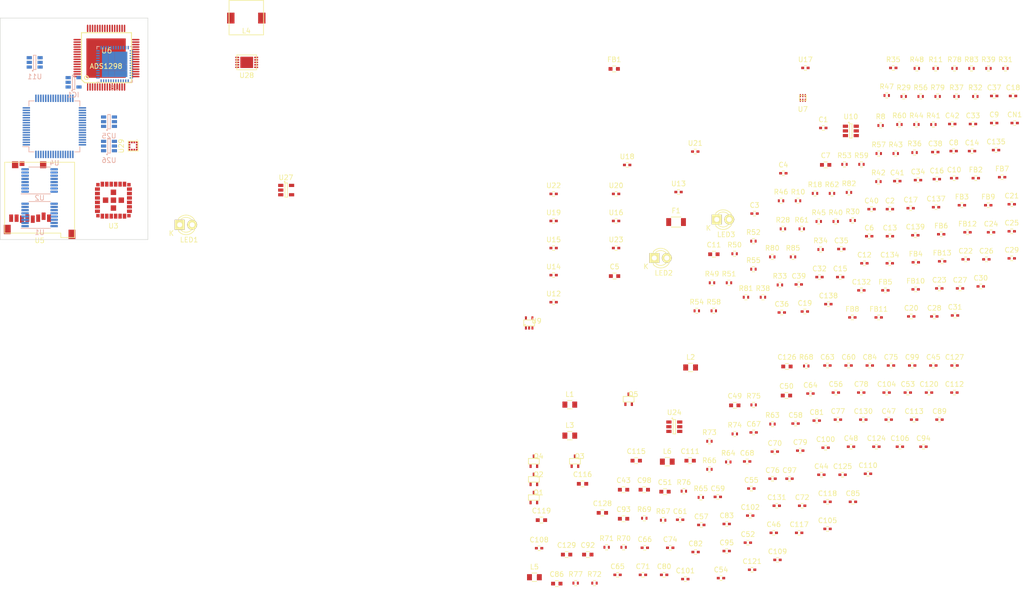
<source format=kicad_pcb>
(kicad_pcb (version 4) (host pcbnew "(2015-07-12 BZR 5928)-product")
  (layers (0 F.Cu signal) (31 B.Cu signal) (34 B.Paste user) (35 F.Paste user) (36 B.SilkS user) (37 F.SilkS user) (38 B.Mask user) (39 F.Mask user) (44 Edge.Cuts user))
  (net 0 "")
  (net 1 "Net-(C1-Pad1)")
  (net 2 GND)
  (net 3 "Net-(C2-Pad1)")
  (net 4 "Net-(C3-Pad1)")
  (net 5 "Net-(C4-Pad1)")
  (net 6 "Net-(C5-Pad1)")
  (net 7 "Net-(C6-Pad1)")
  (net 8 "Net-(C7-Pad1)")
  (net 9 "Net-(C8-Pad1)")
  (net 10 "Net-(C9-Pad1)")
  (net 11 "Net-(C10-Pad2)")
  (net 12 "Net-(C11-Pad1)")
  (net 13 "Net-(C14-Pad1)")
  (net 14 "Net-(C15-Pad1)")
  (net 15 RLD_UF)
  (net 16 "Net-(C16-Pad1)")
  (net 17 "Net-(C18-Pad1)")
  (net 18 "Net-(C19-Pad1)")
  (net 19 "Net-(C21-Pad1)")
  (net 20 "Net-(C22-Pad1)")
  (net 21 "Net-(C23-Pad1)")
  (net 22 "Net-(C24-Pad1)")
  (net 23 "Net-(C25-Pad1)")
  (net 24 "Net-(C26-Pad1)")
  (net 25 "Net-(C27-Pad1)")
  (net 26 "Net-(C28-Pad1)")
  (net 27 "Net-(C29-Pad1)")
  (net 28 "Net-(C30-Pad1)")
  (net 29 "Net-(C31-Pad1)")
  (net 30 "Net-(C32-Pad1)")
  (net 31 V1_F)
  (net 32 V2_F)
  (net 33 V3_F)
  (net 34 V4_F)
  (net 35 V5_F)
  (net 36 V6_F)
  (net 37 RA_F)
  (net 38 LA_F)
  (net 39 LL_F)
  (net 40 VMEM)
  (net 41 VCPU)
  (net 42 +2.8VA)
  (net 43 +3V3)
  (net 44 VCC)
  (net 45 +2.8VD)
  (net 46 +1V8)
  (net 47 "Net-(C108-Pad1)")
  (net 48 +5V)
  (net 49 "Net-(C126-Pad1)")
  (net 50 "Net-(C128-Pad1)")
  (net 51 BTN)
  (net 52 "Net-(C135-Pad2)")
  (net 53 ACC_PWR)
  (net 54 "Net-(CN1-Pad2)")
  (net 55 "Net-(CONN1-Pad16)")
  (net 56 "Net-(F1-Pad2)")
  (net 57 "Net-(FB2-Pad2)")
  (net 58 "Net-(FB3-Pad2)")
  (net 59 "Net-(FB4-Pad2)")
  (net 60 "Net-(FB5-Pad2)")
  (net 61 "Net-(FB6-Pad2)")
  (net 62 "Net-(FB7-Pad2)")
  (net 63 "Net-(FB8-Pad2)")
  (net 64 "Net-(FB9-Pad2)")
  (net 65 "Net-(FB10-Pad2)")
  (net 66 "Net-(FB11-Pad2)")
  (net 67 "Net-(FB12-Pad2)")
  (net 68 "Net-(FB13-Pad1)")
  (net 69 "Net-(IC1-Pad1)")
  (net 70 "Net-(IC1-Pad3)")
  (net 71 "Net-(L1-Pad2)")
  (net 72 "Net-(L2-Pad2)")
  (net 73 "Net-(L3-Pad2)")
  (net 74 "Net-(D7-Pad1)")
  (net 75 "Net-(L5-Pad1)")
  (net 76 "Net-(LED1-Pad1)")
  (net 77 "Net-(LED2-Pad1)")
  (net 78 "Net-(LED3-Pad1)")
  (net 79 ~SD_EN)
  (net 80 "Net-(D1-Pad1)")
  (net 81 ~CHRG_EN)
  (net 82 "Net-(Q2-Pad3)")
  (net 83 "Net-(Q3-Pad1)")
  (net 84 "Net-(R8-Pad1)")
  (net 85 "Net-(R10-Pad1)")
  (net 86 "Net-(R11-Pad1)")
  (net 87 EN_2V8)
  (net 88 ~RST)
  (net 89 ~ECG_PWDN)
  (net 90 "Net-(R29-Pad1)")
  (net 91 "Net-(R30-Pad1)")
  (net 92 "Net-(R35-Pad1)")
  (net 93 ~CARD_DET)
  (net 94 V1)
  (net 95 V2)
  (net 96 V3)
  (net 97 V4)
  (net 98 V5)
  (net 99 V6)
  (net 100 RA)
  (net 101 LA)
  (net 102 LL)
  (net 103 RLD)
  (net 104 SHIELD)
  (net 105 DETECT)
  (net 106 SHIELD_UF)
  (net 107 CABLE_DETECT)
  (net 108 "Net-(R65-Pad1)")
  (net 109 "Net-(R66-Pad1)")
  (net 110 "Net-(R71-Pad2)")
  (net 111 "Net-(R72-Pad1)")
  (net 112 "Net-(R73-Pad1)")
  (net 113 "Net-(R74-Pad2)")
  (net 114 "Net-(R75-Pad1)")
  (net 115 "Net-(CN3-Pad2)")
  (net 116 "Net-(R78-Pad2)")
  (net 117 B_PWM)
  (net 118 R_PWM)
  (net 119 G_PWM)
  (net 120 DIFF_SEL)
  (net 121 ACC_CS)
  (net 122 SDIO_D0)
  (net 123 SDIO_D1)
  (net 124 SDIO_D2)
  (net 125 SDIO_D3)
  (net 126 SDIO_CMD)
  (net 127 SDIO_CLK)
  (net 128 SD_CPU)
  (net 129 "Net-(RP2-Pad11)")
  (net 130 "Net-(RP2-Pad12)")
  (net 131 "Net-(RP2-Pad13)")
  (net 132 "Net-(RP2-Pad14)")
  (net 133 "Net-(RP2-Pad15)")
  (net 134 "Net-(RP2-Pad16)")
  (net 135 CR_SEL)
  (net 136 CR_D0)
  (net 137 CR_D1)
  (net 138 CR_D2)
  (net 139 CR_D3)
  (net 140 CR_CMD)
  (net 141 CR_CLK)
  (net 142 "Net-(RP1-Pad16)")
  (net 143 "Net-(RP1-Pad14)")
  (net 144 "Net-(RP1-Pad13)")
  (net 145 "Net-(RP1-Pad15)")
  (net 146 "Net-(ANT1-Pad1)")
  (net 147 "Net-(U3-Pad19)")
  (net 148 "Net-(U3-Pad20)")
  (net 149 "Net-(U3-Pad21)")
  (net 150 "Net-(U3-Pad22)")
  (net 151 "Net-(U3-Pad23)")
  (net 152 "Net-(U3-Pad24)")
  (net 153 "Net-(RP1-Pad11)")
  (net 154 "Net-(U3-Pad10)")
  (net 155 "Net-(U3-Pad11)")
  (net 156 VBAT)
  (net 157 ~BT_SHDN)
  (net 158 ~CHRG_STAT)
  (net 159 CTS)
  (net 160 RTS)
  (net 161 TX)
  (net 162 RX)
  (net 163 ~ECG_DRDY)
  (net 164 ECG_START)
  (net 165 ~ECG_RST)
  (net 166 ACC_CLK)
  (net 167 ACC_MISO)
  (net 168 ACC_MOSI)
  (net 169 ACC_INT)
  (net 170 32768_CLK)
  (net 171 ADCLK)
  (net 172 MCU_USB_DM)
  (net 173 MCU_USB_DP)
  (net 174 SWDIO)
  (net 175 SWCLK)
  (net 176 ~ECG_CS)
  (net 177 SPI_SCK)
  (net 178 SPI_MISO)
  (net 179 SPI_MOSI)
  (net 180 "Net-(U5-Pad13)")
  (net 181 "Net-(CN2-Pad2)")
  (net 182 "Net-(U6-Pad17)")
  (net 183 "Net-(U6-Pad18)")
  (net 184 "Net-(U6-Pad27)")
  (net 185 "Net-(U6-Pad29)")
  (net 186 "Net-(RP3-Pad9)")
  (net 187 "Net-(RP3-Pad11)")
  (net 188 "Net-(RP3-Pad12)")
  (net 189 "Net-(RP3-Pad13)")
  (net 190 "Net-(RP3-Pad14)")
  (net 191 "Net-(U6-Pad42)")
  (net 192 "Net-(RP3-Pad15)")
  (net 193 "Net-(U6-Pad44)")
  (net 194 "Net-(U6-Pad45)")
  (net 195 "Net-(U6-Pad46)")
  (net 196 "Net-(RP3-Pad16)")
  (net 197 "Net-(U6-Pad60)")
  (net 198 DP)
  (net 199 DM)
  (net 200 "Net-(CONN1-Pad15)")
  (net 201 "Net-(CONN1-Pad17)")
  (net 202 "Net-(U8-Pad3)")
  (net 203 "Net-(U8-Pad4)")
  (net 204 "Net-(U8-Pad6)")
  (net 205 "Net-(U8-Pad7)")
  (net 206 "Net-(U8-Pad8)")
  (net 207 "Net-(U8-Pad11)")
  (net 208 "Net-(U8-Pad19)")
  (net 209 "Net-(U8-Pad20)")
  (net 210 "Net-(U8-Pad22)")
  (net 211 "Net-(U8-Pad23)")
  (net 212 "Net-(U8-Pad26)")
  (net 213 "Net-(U8-Pad27)")
  (net 214 "Net-(U8-Pad28)")
  (net 215 "Net-(U8-Pad29)")
  (net 216 "Net-(U8-Pad30)")
  (net 217 "Net-(U8-Pad31)")
  (net 218 "Net-(U8-Pad35)")
  (net 219 "Net-(U8-Pad36)")
  (net 220 "Net-(U8-Pad37)")
  (net 221 "Net-(P4-Pad1)")
  (net 222 "Net-(U29-Pad11)")
  (module Capacitors_SMD:C_0402 (layer F.Cu) (at 242.242143 57.325)
    (fp_text reference C1 (at 0 -1.7) (layer F.SilkS))
    (fp_text value 6pF)
    (pad 1 smd rect (at -0.55 0) (size 0.6 0.5) (layers F.Cu F.Paste F.Mask) (net 1 "Net-(C1-Pad1)"))
    (pad 2 smd rect (at 0.55 0) (size 0.6 0.5) (layers F.Cu F.Paste F.Mask) (net 2 GND))
  )
  (module Capacitors_SMD:C_0402 (layer F.Cu) (at 255.782143 73.825)
    (fp_text reference C2 (at 0 -1.7) (layer F.SilkS))
    (fp_text value 6pF)
    (pad 1 smd rect (at -0.55 0) (size 0.6 0.5) (layers F.Cu F.Paste F.Mask) (net 3 "Net-(C2-Pad1)"))
    (pad 2 smd rect (at 0.55 0) (size 0.6 0.5) (layers F.Cu F.Paste F.Mask) (net 2 GND))
  )
  (module Capacitors_SMD:C_0402 (layer F.Cu) (at 228.275953 74.725)
    (fp_text reference C3 (at 0 -1.7) (layer F.SilkS))
    (fp_text value " C_Small")
    (pad 1 smd rect (at -0.55 0) (size 0.6 0.5) (layers F.Cu F.Paste F.Mask) (net 4 "Net-(C3-Pad1)"))
    (pad 2 smd rect (at 0.55 0) (size 0.6 0.5) (layers F.Cu F.Paste F.Mask) (net 2 GND))
  )
  (module Capacitors_SMD:C_0402 (layer F.Cu) (at 234.125953 66.525)
    (fp_text reference C4 (at 0 -1.7) (layer F.SilkS))
    (fp_text value " C_Small")
    (pad 1 smd rect (at -0.55 0) (size 0.6 0.5) (layers F.Cu F.Paste F.Mask) (net 5 "Net-(C4-Pad1)"))
    (pad 2 smd rect (at 0.55 0) (size 0.6 0.5) (layers F.Cu F.Paste F.Mask) (net 2 GND))
  )
  (module Capacitors_SMD:C_0603 (layer F.Cu) (at 199.826905 87.425)
    (fp_text reference C5 (at 0 -1.9) (layer F.SilkS))
    (fp_text value "4.7uF LOW ESR")
    (pad 1 smd rect (at -0.75 0) (size 0.8 0.75) (layers F.Cu F.Paste F.Mask) (net 6 "Net-(C5-Pad1)"))
    (pad 2 smd rect (at 0.75 0) (size 0.8 0.75) (layers F.Cu F.Paste F.Mask) (net 2 GND))
  )
  (module Capacitors_SMD:C_0402 (layer F.Cu) (at 251.572143 79.325)
    (fp_text reference C6 (at 0 -1.7) (layer F.SilkS))
    (fp_text value 1uF)
    (pad 1 smd rect (at -0.55 0) (size 0.6 0.5) (layers F.Cu F.Paste F.Mask) (net 7 "Net-(C6-Pad1)"))
    (pad 2 smd rect (at 0.55 0) (size 0.6 0.5) (layers F.Cu F.Paste F.Mask) (net 2 GND))
  )
  (module Capacitors_SMD:C_0603 (layer F.Cu) (at 242.718333 64.825)
    (fp_text reference C7 (at 0 -1.9) (layer F.SilkS))
    (fp_text value 22uF)
    (pad 1 smd rect (at -0.75 0) (size 0.8 0.75) (layers F.Cu F.Paste F.Mask) (net 8 "Net-(C7-Pad1)"))
    (pad 2 smd rect (at 0.75 0) (size 0.8 0.75) (layers F.Cu F.Paste F.Mask) (net 2 GND))
  )
  (module Capacitors_SMD:C_0402 (layer F.Cu) (at 268.732143 62.025)
    (fp_text reference C8 (at 0 -1.7) (layer F.SilkS))
    (fp_text value 1uF)
    (pad 1 smd rect (at -0.55 0) (size 0.6 0.5) (layers F.Cu F.Paste F.Mask) (net 9 "Net-(C8-Pad1)"))
    (pad 2 smd rect (at 0.55 0) (size 0.6 0.5) (layers F.Cu F.Paste F.Mask) (net 2 GND))
  )
  (module Capacitors_SMD:C_0402 (layer F.Cu) (at 276.968333 56.325)
    (fp_text reference C9 (at 0 -1.7) (layer F.SilkS))
    (fp_text value 33pF)
    (pad 1 smd rect (at -0.55 0) (size 0.6 0.5) (layers F.Cu F.Paste F.Mask) (net 10 "Net-(C9-Pad1)"))
    (pad 2 smd rect (at 0.55 0) (size 0.6 0.5) (layers F.Cu F.Paste F.Mask) (net 2 GND))
  )
  (module Capacitors_SMD:C_0402 (layer F.Cu) (at 268.827381 67.525)
    (fp_text reference C10 (at 0 -1.7) (layer F.SilkS))
    (fp_text value 1uF)
    (pad 1 smd rect (at -0.55 0) (size 0.6 0.5) (layers F.Cu F.Paste F.Mask) (net 2 GND))
    (pad 2 smd rect (at 0.55 0) (size 0.6 0.5) (layers F.Cu F.Paste F.Mask) (net 11 "Net-(C10-Pad2)"))
  )
  (module Capacitors_SMD:C_0603 (layer F.Cu) (at 220.008333 82.985)
    (fp_text reference C11 (at 0 -1.9) (layer F.SilkS))
    (fp_text value 10uF)
    (pad 1 smd rect (at -0.75 0) (size 0.8 0.75) (layers F.Cu F.Paste F.Mask) (net 12 "Net-(C11-Pad1)"))
    (pad 2 smd rect (at 0.75 0) (size 0.8 0.75) (layers F.Cu F.Paste F.Mask) (net 2 GND))
  )
  (module Capacitors_SMD:C_0402 (layer F.Cu) (at 250.594524 84.825)
    (fp_text reference C12 (at 0 -1.7) (layer F.SilkS))
    (fp_text value 100nF)
    (pad 1 smd rect (at -0.55 0) (size 0.6 0.5) (layers F.Cu F.Paste F.Mask) (net 2 GND))
    (pad 2 smd rect (at 0.55 0) (size 0.6 0.5) (layers F.Cu F.Paste F.Mask) (net 11 "Net-(C10-Pad2)"))
  )
  (module Capacitors_SMD:C_0402 (layer F.Cu) (at 255.784524 79.325)
    (fp_text reference C13 (at 0 -1.7) (layer F.SilkS))
    (fp_text value 100nF)
    (pad 1 smd rect (at -0.55 0) (size 0.6 0.5) (layers F.Cu F.Paste F.Mask) (net 12 "Net-(C11-Pad1)"))
    (pad 2 smd rect (at 0.55 0) (size 0.6 0.5) (layers F.Cu F.Paste F.Mask) (net 2 GND))
  )
  (module Capacitors_SMD:C_0402 (layer F.Cu) (at 272.468333 62.025)
    (fp_text reference C14 (at 0 -1.7) (layer F.SilkS))
    (fp_text value 33pF)
    (pad 1 smd rect (at -0.55 0) (size 0.6 0.5) (layers F.Cu F.Paste F.Mask) (net 13 "Net-(C14-Pad1)"))
    (pad 2 smd rect (at 0.55 0) (size 0.6 0.5) (layers F.Cu F.Paste F.Mask) (net 2 GND))
  )
  (module Capacitors_SMD:C_0402 (layer F.Cu) (at 245.678333 87.625)
    (fp_text reference C15 (at 0 -1.7) (layer F.SilkS))
    (fp_text value 10nF)
    (pad 1 smd rect (at -0.55 0) (size 0.6 0.5) (layers F.Cu F.Paste F.Mask) (net 14 "Net-(C15-Pad1)"))
    (pad 2 smd rect (at 0.55 0) (size 0.6 0.5) (layers F.Cu F.Paste F.Mask) (net 15 RLD_UF))
  )
  (module Capacitors_SMD:C_0402 (layer F.Cu) (at 265.317381 67.725)
    (fp_text reference C16 (at 0 -1.7) (layer F.SilkS))
    (fp_text value 1uF)
    (pad 1 smd rect (at -0.55 0) (size 0.6 0.5) (layers F.Cu F.Paste F.Mask) (net 16 "Net-(C16-Pad1)"))
    (pad 2 smd rect (at 0.55 0) (size 0.6 0.5) (layers F.Cu F.Paste F.Mask) (net 2 GND))
  )
  (module Capacitors_SMD:C_0402 (layer F.Cu) (at 259.994524 73.625)
    (fp_text reference C17 (at 0 -1.7) (layer F.SilkS))
    (fp_text value 100nF)
    (pad 1 smd rect (at -0.55 0) (size 0.6 0.5) (layers F.Cu F.Paste F.Mask) (net 16 "Net-(C16-Pad1)"))
    (pad 2 smd rect (at 0.55 0) (size 0.6 0.5) (layers F.Cu F.Paste F.Mask) (net 2 GND))
  )
  (module Capacitors_SMD:C_0402 (layer F.Cu) (at 280.797381 50.825)
    (fp_text reference C18 (at 0 -1.7) (layer F.SilkS))
    (fp_text value 1uF)
    (pad 1 smd rect (at -0.55 0) (size 0.6 0.5) (layers F.Cu F.Paste F.Mask) (net 17 "Net-(C18-Pad1)"))
    (pad 2 smd rect (at 0.55 0) (size 0.6 0.5) (layers F.Cu F.Paste F.Mask) (net 2 GND))
  )
  (module Capacitors_SMD:C_0402 (layer F.Cu) (at 238.494524 94.625)
    (fp_text reference C19 (at 0 -1.7) (layer F.SilkS))
    (fp_text value 100pF)
    (pad 1 smd rect (at -0.55 0) (size 0.6 0.5) (layers F.Cu F.Paste F.Mask) (net 18 "Net-(C19-Pad1)"))
    (pad 2 smd rect (at 0.55 0) (size 0.6 0.5) (layers F.Cu F.Paste F.Mask) (net 2 GND))
  )
  (module Capacitors_SMD:C_0402 (layer F.Cu) (at 260.114524 95.625)
    (fp_text reference C20 (at 0 -1.7) (layer F.SilkS))
    (fp_text value 100nF)
    (pad 1 smd rect (at -0.55 0) (size 0.6 0.5) (layers F.Cu F.Paste F.Mask) (net 17 "Net-(C18-Pad1)"))
    (pad 2 smd rect (at 0.55 0) (size 0.6 0.5) (layers F.Cu F.Paste F.Mask) (net 2 GND))
  )
  (module Capacitors_SMD:C_0402 (layer F.Cu) (at 280.538333 72.825)
    (fp_text reference C21 (at 0 -1.7) (layer F.SilkS))
    (fp_text value 47pF)
    (pad 1 smd rect (at -0.55 0) (size 0.6 0.5) (layers F.Cu F.Paste F.Mask) (net 19 "Net-(C21-Pad1)"))
    (pad 2 smd rect (at 0.55 0) (size 0.6 0.5) (layers F.Cu F.Paste F.Mask) (net 2 GND))
  )
  (module Capacitors_SMD:C_0402 (layer F.Cu) (at 271.168333 84.025)
    (fp_text reference C22 (at 0 -1.7) (layer F.SilkS))
    (fp_text value 47pF)
    (pad 1 smd rect (at -0.55 0) (size 0.6 0.5) (layers F.Cu F.Paste F.Mask) (net 20 "Net-(C22-Pad1)"))
    (pad 2 smd rect (at 0.55 0) (size 0.6 0.5) (layers F.Cu F.Paste F.Mask) (net 2 GND))
  )
  (module Capacitors_SMD:C_0402 (layer F.Cu) (at 265.818333 89.925)
    (fp_text reference C23 (at 0 -1.7) (layer F.SilkS))
    (fp_text value 47pF)
    (pad 1 smd rect (at -0.55 0) (size 0.6 0.5) (layers F.Cu F.Paste F.Mask) (net 21 "Net-(C23-Pad1)"))
    (pad 2 smd rect (at 0.55 0) (size 0.6 0.5) (layers F.Cu F.Paste F.Mask) (net 2 GND))
  )
  (module Capacitors_SMD:C_0402 (layer F.Cu) (at 276.328333 78.525)
    (fp_text reference C24 (at 0 -1.7) (layer F.SilkS))
    (fp_text value 47pF)
    (pad 1 smd rect (at -0.55 0) (size 0.6 0.5) (layers F.Cu F.Paste F.Mask) (net 22 "Net-(C24-Pad1)"))
    (pad 2 smd rect (at 0.55 0) (size 0.6 0.5) (layers F.Cu F.Paste F.Mask) (net 2 GND))
  )
  (module Capacitors_SMD:C_0402 (layer F.Cu) (at 280.538333 78.325)
    (fp_text reference C25 (at 0 -1.7) (layer F.SilkS))
    (fp_text value 47pF)
    (pad 1 smd rect (at -0.55 0) (size 0.6 0.5) (layers F.Cu F.Paste F.Mask) (net 23 "Net-(C25-Pad1)"))
    (pad 2 smd rect (at 0.55 0) (size 0.6 0.5) (layers F.Cu F.Paste F.Mask) (net 2 GND))
  )
  (module Capacitors_SMD:C_0402 (layer F.Cu) (at 275.378333 84.025)
    (fp_text reference C26 (at 0 -1.7) (layer F.SilkS))
    (fp_text value 47pF)
    (pad 1 smd rect (at -0.55 0) (size 0.6 0.5) (layers F.Cu F.Paste F.Mask) (net 24 "Net-(C26-Pad1)"))
    (pad 2 smd rect (at 0.55 0) (size 0.6 0.5) (layers F.Cu F.Paste F.Mask) (net 2 GND))
  )
  (module Capacitors_SMD:C_0402 (layer F.Cu) (at 270.028333 89.925)
    (fp_text reference C27 (at 0 -1.7) (layer F.SilkS))
    (fp_text value 47pF)
    (pad 1 smd rect (at -0.55 0) (size 0.6 0.5) (layers F.Cu F.Paste F.Mask) (net 25 "Net-(C27-Pad1)"))
    (pad 2 smd rect (at 0.55 0) (size 0.6 0.5) (layers F.Cu F.Paste F.Mask) (net 2 GND))
  )
  (module Capacitors_SMD:C_0402 (layer F.Cu) (at 264.798333 95.625)
    (fp_text reference C28 (at 0 -1.7) (layer F.SilkS))
    (fp_text value 47pF)
    (pad 1 smd rect (at -0.55 0) (size 0.6 0.5) (layers F.Cu F.Paste F.Mask) (net 26 "Net-(C28-Pad1)"))
    (pad 2 smd rect (at 0.55 0) (size 0.6 0.5) (layers F.Cu F.Paste F.Mask) (net 2 GND))
  )
  (module Capacitors_SMD:C_0402 (layer F.Cu) (at 280.538333 83.825)
    (fp_text reference C29 (at 0 -1.7) (layer F.SilkS))
    (fp_text value 47pF)
    (pad 1 smd rect (at -0.55 0) (size 0.6 0.5) (layers F.Cu F.Paste F.Mask) (net 27 "Net-(C29-Pad1)"))
    (pad 2 smd rect (at 0.55 0) (size 0.6 0.5) (layers F.Cu F.Paste F.Mask) (net 2 GND))
  )
  (module Capacitors_SMD:C_0402 (layer F.Cu) (at 274.238333 89.525)
    (fp_text reference C30 (at 0 -1.7) (layer F.SilkS))
    (fp_text value 47pF)
    (pad 1 smd rect (at -0.55 0) (size 0.6 0.5) (layers F.Cu F.Paste F.Mask) (net 28 "Net-(C30-Pad1)"))
    (pad 2 smd rect (at 0.55 0) (size 0.6 0.5) (layers F.Cu F.Paste F.Mask) (net 2 GND))
  )
  (module Capacitors_SMD:C_0402 (layer F.Cu) (at 269.008333 95.425)
    (fp_text reference C31 (at 0 -1.7) (layer F.SilkS))
    (fp_text value 47pF)
    (pad 1 smd rect (at -0.55 0) (size 0.6 0.5) (layers F.Cu F.Paste F.Mask) (net 29 "Net-(C31-Pad1)"))
    (pad 2 smd rect (at 0.55 0) (size 0.6 0.5) (layers F.Cu F.Paste F.Mask) (net 2 GND))
  )
  (module Capacitors_SMD:C_0402 (layer F.Cu) (at 241.468333 87.625)
    (fp_text reference C32 (at 0 -1.7) (layer F.SilkS))
    (fp_text value 47pF)
    (pad 1 smd rect (at -0.55 0) (size 0.6 0.5) (layers F.Cu F.Paste F.Mask) (net 30 "Net-(C32-Pad1)"))
    (pad 2 smd rect (at 0.55 0) (size 0.6 0.5) (layers F.Cu F.Paste F.Mask) (net 2 GND))
  )
  (module Capacitors_SMD:C_0402 (layer F.Cu) (at 272.658333 56.525)
    (fp_text reference C33 (at 0 -1.7) (layer F.SilkS))
    (fp_text value 47pF)
    (pad 1 smd rect (at -0.55 0) (size 0.6 0.5) (layers F.Cu F.Paste F.Mask) (net 31 V1_F))
    (pad 2 smd rect (at 0.55 0) (size 0.6 0.5) (layers F.Cu F.Paste F.Mask) (net 2 GND))
  )
  (module Capacitors_SMD:C_0402 (layer F.Cu) (at 261.488333 67.925)
    (fp_text reference C34 (at 0 -1.7) (layer F.SilkS))
    (fp_text value 47pF)
    (pad 1 smd rect (at -0.55 0) (size 0.6 0.5) (layers F.Cu F.Paste F.Mask) (net 32 V2_F))
    (pad 2 smd rect (at 0.55 0) (size 0.6 0.5) (layers F.Cu F.Paste F.Mask) (net 2 GND))
  )
  (module Capacitors_SMD:C_0402 (layer F.Cu) (at 245.908333 81.925)
    (fp_text reference C35 (at 0 -1.7) (layer F.SilkS))
    (fp_text value 47pF)
    (pad 1 smd rect (at -0.55 0) (size 0.6 0.5) (layers F.Cu F.Paste F.Mask) (net 33 V3_F))
    (pad 2 smd rect (at 0.55 0) (size 0.6 0.5) (layers F.Cu F.Paste F.Mask) (net 2 GND))
  )
  (module Capacitors_SMD:C_0402 (layer F.Cu) (at 233.808333 94.825)
    (fp_text reference C36 (at 0 -1.7) (layer F.SilkS))
    (fp_text value 47pF)
    (pad 1 smd rect (at -0.55 0) (size 0.6 0.5) (layers F.Cu F.Paste F.Mask) (net 34 V4_F))
    (pad 2 smd rect (at 0.55 0) (size 0.6 0.5) (layers F.Cu F.Paste F.Mask) (net 2 GND))
  )
  (module Capacitors_SMD:C_0402 (layer F.Cu) (at 276.968333 50.825)
    (fp_text reference C37 (at 0 -1.7) (layer F.SilkS))
    (fp_text value 47pF)
    (pad 1 smd rect (at -0.55 0) (size 0.6 0.5) (layers F.Cu F.Paste F.Mask) (net 35 V5_F))
    (pad 2 smd rect (at 0.55 0) (size 0.6 0.5) (layers F.Cu F.Paste F.Mask) (net 2 GND))
  )
  (module Capacitors_SMD:C_0402 (layer F.Cu) (at 264.998333 62.225)
    (fp_text reference C38 (at 0 -1.7) (layer F.SilkS))
    (fp_text value 47pF)
    (pad 1 smd rect (at -0.55 0) (size 0.6 0.5) (layers F.Cu F.Paste F.Mask) (net 36 V6_F))
    (pad 2 smd rect (at 0.55 0) (size 0.6 0.5) (layers F.Cu F.Paste F.Mask) (net 2 GND))
  )
  (module Capacitors_SMD:C_0402 (layer F.Cu) (at 237.258333 89.125)
    (fp_text reference C39 (at 0 -1.7) (layer F.SilkS))
    (fp_text value 47pF)
    (pad 1 smd rect (at -0.55 0) (size 0.6 0.5) (layers F.Cu F.Paste F.Mask) (net 37 RA_F))
    (pad 2 smd rect (at 0.55 0) (size 0.6 0.5) (layers F.Cu F.Paste F.Mask) (net 2 GND))
  )
  (module Capacitors_SMD:C_0402 (layer F.Cu) (at 252.048333 73.825)
    (fp_text reference C40 (at 0 -1.7) (layer F.SilkS))
    (fp_text value 47pF)
    (pad 1 smd rect (at -0.55 0) (size 0.6 0.5) (layers F.Cu F.Paste F.Mask) (net 38 LA_F))
    (pad 2 smd rect (at 0.55 0) (size 0.6 0.5) (layers F.Cu F.Paste F.Mask) (net 2 GND))
  )
  (module Capacitors_SMD:C_0402 (layer F.Cu) (at 257.278333 68.125)
    (fp_text reference C41 (at 0 -1.7) (layer F.SilkS))
    (fp_text value 47pF)
    (pad 1 smd rect (at -0.55 0) (size 0.6 0.5) (layers F.Cu F.Paste F.Mask) (net 39 LL_F))
    (pad 2 smd rect (at 0.55 0) (size 0.6 0.5) (layers F.Cu F.Paste F.Mask) (net 2 GND))
  )
  (module Capacitors_SMD:C_0402 (layer F.Cu) (at 268.448333 56.525)
    (fp_text reference C42 (at 0 -1.7) (layer F.SilkS))
    (fp_text value 47pF)
    (pad 1 smd rect (at -0.55 0) (size 0.6 0.5) (layers F.Cu F.Paste F.Mask) (net 15 RLD_UF))
    (pad 2 smd rect (at 0.55 0) (size 0.6 0.5) (layers F.Cu F.Paste F.Mask) (net 2 GND))
  )
  (module Capacitors_SMD:C_0603 (layer F.Cu) (at 201.658333 130.835)
    (fp_text reference C43 (at 0 -1.9) (layer F.SilkS))
    (fp_text value 10uF)
    (pad 1 smd rect (at -0.75 0) (size 0.8 0.75) (layers F.Cu F.Paste F.Mask) (net 40 VMEM))
    (pad 2 smd rect (at 0.75 0) (size 0.8 0.75) (layers F.Cu F.Paste F.Mask) (net 2 GND))
  )
  (module Capacitors_SMD:C_0402 (layer F.Cu) (at 241.857381 127.795)
    (fp_text reference C44 (at 0 -1.7) (layer F.SilkS))
    (fp_text value 1uF)
    (pad 1 smd rect (at -0.55 0) (size 0.6 0.5) (layers F.Cu F.Paste F.Mask) (net 41 VCPU))
    (pad 2 smd rect (at 0.55 0) (size 0.6 0.5) (layers F.Cu F.Paste F.Mask) (net 2 GND))
  )
  (module Capacitors_SMD:C_0402 (layer F.Cu) (at 264.607381 105.595)
    (fp_text reference C45 (at 0 -1.7) (layer F.SilkS))
    (fp_text value 1uF)
    (pad 1 smd rect (at -0.55 0) (size 0.6 0.5) (layers F.Cu F.Paste F.Mask) (net 42 +2.8VA))
    (pad 2 smd rect (at 0.55 0) (size 0.6 0.5) (layers F.Cu F.Paste F.Mask) (net 2 GND))
  )
  (module Capacitors_SMD:C_0402 (layer F.Cu) (at 232.174524 139.595)
    (fp_text reference C46 (at 0 -1.7) (layer F.SilkS))
    (fp_text value 100nF)
    (pad 1 smd rect (at -0.55 0) (size 0.6 0.5) (layers F.Cu F.Paste F.Mask) (net 43 +3V3))
    (pad 2 smd rect (at 0.55 0) (size 0.6 0.5) (layers F.Cu F.Paste F.Mask) (net 2 GND))
  )
  (module Capacitors_SMD:C_0402 (layer F.Cu) (at 255.534524 116.595)
    (fp_text reference C47 (at 0 -1.7) (layer F.SilkS))
    (fp_text value 100nF)
    (pad 1 smd rect (at -0.55 0) (size 0.6 0.5) (layers F.Cu F.Paste F.Mask) (net 41 VCPU))
    (pad 2 smd rect (at 0.55 0) (size 0.6 0.5) (layers F.Cu F.Paste F.Mask) (net 2 GND))
  )
  (module Capacitors_SMD:C_0402 (layer F.Cu) (at 247.874524 122.095)
    (fp_text reference C48 (at 0 -1.7) (layer F.SilkS))
    (fp_text value 100nF)
    (pad 1 smd rect (at -0.55 0) (size 0.6 0.5) (layers F.Cu F.Paste F.Mask) (net 42 +2.8VA))
    (pad 2 smd rect (at 0.55 0) (size 0.6 0.5) (layers F.Cu F.Paste F.Mask) (net 2 GND))
  )
  (module Capacitors_SMD:C_0603 (layer F.Cu) (at 224.258333 113.695)
    (fp_text reference C49 (at 0 -1.9) (layer F.SilkS))
    (fp_text value 10uF)
    (pad 1 smd rect (at -0.75 0) (size 0.8 0.75) (layers F.Cu F.Paste F.Mask) (net 44 VCC))
    (pad 2 smd rect (at 0.75 0) (size 0.8 0.75) (layers F.Cu F.Paste F.Mask) (net 2 GND))
  )
  (module Capacitors_SMD:C_0603 (layer F.Cu) (at 234.758333 111.695)
    (fp_text reference C50 (at 0 -1.9) (layer F.SilkS))
    (fp_text value 10uF)
    (pad 1 smd rect (at -0.75 0) (size 0.8 0.75) (layers F.Cu F.Paste F.Mask) (net 44 VCC))
    (pad 2 smd rect (at 0.75 0) (size 0.8 0.75) (layers F.Cu F.Paste F.Mask) (net 2 GND))
  )
  (module Capacitors_SMD:C_0603 (layer F.Cu) (at 210.078333 131.235)
    (fp_text reference C51 (at 0 -1.9) (layer F.SilkS))
    (fp_text value 10uF)
    (pad 1 smd rect (at -0.75 0) (size 0.8 0.75) (layers F.Cu F.Paste F.Mask) (net 40 VMEM))
    (pad 2 smd rect (at 0.75 0) (size 0.8 0.75) (layers F.Cu F.Paste F.Mask) (net 2 GND))
  )
  (module Capacitors_SMD:C_0402 (layer F.Cu) (at 226.917381 141.595)
    (fp_text reference C52 (at 0 -1.7) (layer F.SilkS))
    (fp_text value 1uF)
    (pad 1 smd rect (at -0.55 0) (size 0.6 0.5) (layers F.Cu F.Paste F.Mask) (net 41 VCPU))
    (pad 2 smd rect (at 0.55 0) (size 0.6 0.5) (layers F.Cu F.Paste F.Mask) (net 2 GND))
  )
  (module Capacitors_SMD:C_0402 (layer F.Cu) (at 259.417381 111.095)
    (fp_text reference C53 (at 0 -1.7) (layer F.SilkS))
    (fp_text value 1uF)
    (pad 1 smd rect (at -0.55 0) (size 0.6 0.5) (layers F.Cu F.Paste F.Mask) (net 42 +2.8VA))
    (pad 2 smd rect (at 0.55 0) (size 0.6 0.5) (layers F.Cu F.Paste F.Mask) (net 2 GND))
  )
  (module Capacitors_SMD:C_0402 (layer F.Cu) (at 221.454524 148.795)
    (fp_text reference C54 (at 0 -1.7) (layer F.SilkS))
    (fp_text value 100nF)
    (pad 1 smd rect (at -0.55 0) (size 0.6 0.5) (layers F.Cu F.Paste F.Mask) (net 44 VCC))
    (pad 2 smd rect (at 0.55 0) (size 0.6 0.5) (layers F.Cu F.Paste F.Mask) (net 2 GND))
  )
  (module Capacitors_SMD:C_0402 (layer F.Cu) (at 227.624524 130.595)
    (fp_text reference C55 (at 0 -1.7) (layer F.SilkS))
    (fp_text value 100nF)
    (pad 1 smd rect (at -0.55 0) (size 0.6 0.5) (layers F.Cu F.Paste F.Mask) (net 44 VCC))
    (pad 2 smd rect (at 0.55 0) (size 0.6 0.5) (layers F.Cu F.Paste F.Mask) (net 2 GND))
  )
  (module Capacitors_SMD:C_0402 (layer F.Cu) (at 244.794524 111.095)
    (fp_text reference C56 (at 0 -1.7) (layer F.SilkS))
    (fp_text value 100nF)
    (pad 1 smd rect (at -0.55 0) (size 0.6 0.5) (layers F.Cu F.Paste F.Mask) (net 43 +3V3))
    (pad 2 smd rect (at 0.55 0) (size 0.6 0.5) (layers F.Cu F.Paste F.Mask) (net 2 GND))
  )
  (module Capacitors_SMD:C_0402 (layer F.Cu) (at 217.454524 137.995)
    (fp_text reference C57 (at 0 -1.7) (layer F.SilkS))
    (fp_text value 100nF)
    (pad 1 smd rect (at -0.55 0) (size 0.6 0.5) (layers F.Cu F.Paste F.Mask) (net 41 VCPU))
    (pad 2 smd rect (at 0.55 0) (size 0.6 0.5) (layers F.Cu F.Paste F.Mask) (net 2 GND))
  )
  (module Capacitors_SMD:C_0402 (layer F.Cu) (at 236.604524 117.395)
    (fp_text reference C58 (at 0 -1.7) (layer F.SilkS))
    (fp_text value 100nF)
    (pad 1 smd rect (at -0.55 0) (size 0.6 0.5) (layers F.Cu F.Paste F.Mask) (net 42 +2.8VA))
    (pad 2 smd rect (at 0.55 0) (size 0.6 0.5) (layers F.Cu F.Paste F.Mask) (net 2 GND))
  )
  (module Capacitors_SMD:C_0402 (layer F.Cu) (at 220.807381 132.295)
    (fp_text reference C59 (at 0 -1.7) (layer F.SilkS))
    (fp_text value 1uF)
    (pad 1 smd rect (at -0.55 0) (size 0.6 0.5) (layers F.Cu F.Paste F.Mask) (net 45 +2.8VD))
    (pad 2 smd rect (at 0.55 0) (size 0.6 0.5) (layers F.Cu F.Paste F.Mask) (net 2 GND))
  )
  (module Capacitors_SMD:C_0402 (layer F.Cu) (at 247.387381 105.595)
    (fp_text reference C60 (at 0 -1.7) (layer F.SilkS))
    (fp_text value 1uF)
    (pad 1 smd rect (at -0.55 0) (size 0.6 0.5) (layers F.Cu F.Paste F.Mask) (net 41 VCPU))
    (pad 2 smd rect (at 0.55 0) (size 0.6 0.5) (layers F.Cu F.Paste F.Mask) (net 2 GND))
  )
  (module Capacitors_SMD:C_0402 (layer F.Cu) (at 213.147381 136.935)
    (fp_text reference C61 (at 0 -1.7) (layer F.SilkS))
    (fp_text value 1uF)
    (pad 1 smd rect (at -0.55 0) (size 0.6 0.5) (layers F.Cu F.Paste F.Mask) (net 42 +2.8VA))
    (pad 2 smd rect (at 0.55 0) (size 0.6 0.5) (layers F.Cu F.Paste F.Mask) (net 2 GND))
  )
  (module Capacitors_SMD:C_0402 (layer F.Cu) (at 243.084524 105.595)
    (fp_text reference C63 (at 0 -1.7) (layer F.SilkS))
    (fp_text value 100nF)
    (pad 1 smd rect (at -0.55 0) (size 0.6 0.5) (layers F.Cu F.Paste F.Mask) (net 43 +3V3))
    (pad 2 smd rect (at 0.55 0) (size 0.6 0.5) (layers F.Cu F.Paste F.Mask) (net 2 GND))
  )
  (module Capacitors_SMD:C_0402 (layer F.Cu) (at 239.634524 111.295)
    (fp_text reference C64 (at 0 -1.7) (layer F.SilkS))
    (fp_text value 100nF)
    (pad 1 smd rect (at -0.55 0) (size 0.6 0.5) (layers F.Cu F.Paste F.Mask) (net 41 VCPU))
    (pad 2 smd rect (at 0.55 0) (size 0.6 0.5) (layers F.Cu F.Paste F.Mask) (net 2 GND))
  )
  (module Capacitors_SMD:C_0402 (layer F.Cu) (at 200.434524 148.135)
    (fp_text reference C65 (at 0 -1.7) (layer F.SilkS))
    (fp_text value 100nF)
    (pad 1 smd rect (at -0.55 0) (size 0.6 0.5) (layers F.Cu F.Paste F.Mask) (net 42 +2.8VA))
    (pad 2 smd rect (at 0.55 0) (size 0.6 0.5) (layers F.Cu F.Paste F.Mask) (net 2 GND))
  )
  (module Capacitors_SMD:C_0402 (layer F.Cu) (at 205.974524 142.635)
    (fp_text reference C66 (at 0 -1.7) (layer F.SilkS))
    (fp_text value 100nF)
    (pad 1 smd rect (at -0.55 0) (size 0.6 0.5) (layers F.Cu F.Paste F.Mask) (net 45 +2.8VD))
    (pad 2 smd rect (at 0.55 0) (size 0.6 0.5) (layers F.Cu F.Paste F.Mask) (net 2 GND))
  )
  (module Capacitors_SMD:C_0402 (layer F.Cu) (at 228.087381 119.195)
    (fp_text reference C67 (at 0 -1.7) (layer F.SilkS))
    (fp_text value 1uF)
    (pad 1 smd rect (at -0.55 0) (size 0.6 0.5) (layers F.Cu F.Paste F.Mask) (net 41 VCPU))
    (pad 2 smd rect (at 0.55 0) (size 0.6 0.5) (layers F.Cu F.Paste F.Mask) (net 2 GND))
  )
  (module Capacitors_SMD:C_0402 (layer F.Cu) (at 226.767381 125.095)
    (fp_text reference C68 (at 0 -1.7) (layer F.SilkS))
    (fp_text value 1uF)
    (pad 1 smd rect (at -0.55 0) (size 0.6 0.5) (layers F.Cu F.Paste F.Mask) (net 42 +2.8VA))
    (pad 2 smd rect (at 0.55 0) (size 0.6 0.5) (layers F.Cu F.Paste F.Mask) (net 2 GND))
  )
  (module Capacitors_SMD:C_0402 (layer F.Cu) (at 232.394524 123.095)
    (fp_text reference C70 (at 0 -1.7) (layer F.SilkS))
    (fp_text value 100nF)
    (pad 1 smd rect (at -0.55 0) (size 0.6 0.5) (layers F.Cu F.Paste F.Mask) (net 43 +3V3))
    (pad 2 smd rect (at 0.55 0) (size 0.6 0.5) (layers F.Cu F.Paste F.Mask) (net 2 GND))
  )
  (module Capacitors_SMD:C_0402 (layer F.Cu) (at 205.594524 148.135)
    (fp_text reference C71 (at 0 -1.7) (layer F.SilkS))
    (fp_text value 100nF)
    (pad 1 smd rect (at -0.55 0) (size 0.6 0.5) (layers F.Cu F.Paste F.Mask) (net 41 VCPU))
    (pad 2 smd rect (at 0.55 0) (size 0.6 0.5) (layers F.Cu F.Paste F.Mask) (net 2 GND))
  )
  (module Capacitors_SMD:C_0402 (layer F.Cu) (at 237.944524 134.095)
    (fp_text reference C72 (at 0 -1.7) (layer F.SilkS))
    (fp_text value 100nF)
    (pad 1 smd rect (at -0.55 0) (size 0.6 0.5) (layers F.Cu F.Paste F.Mask) (net 42 +2.8VA))
    (pad 2 smd rect (at 0.55 0) (size 0.6 0.5) (layers F.Cu F.Paste F.Mask) (net 2 GND))
  )
  (module Capacitors_SMD:C_0402 (layer F.Cu) (at 211.134524 142.635)
    (fp_text reference C74 (at 0 -1.7) (layer F.SilkS))
    (fp_text value 100pF)
    (pad 1 smd rect (at -0.55 0) (size 0.6 0.5) (layers F.Cu F.Paste F.Mask) (net 45 +2.8VD))
    (pad 2 smd rect (at 0.55 0) (size 0.6 0.5) (layers F.Cu F.Paste F.Mask) (net 2 GND))
  )
  (module Capacitors_SMD:C_0402 (layer F.Cu) (at 255.997381 105.595)
    (fp_text reference C75 (at 0 -1.7) (layer F.SilkS))
    (fp_text value 1uF)
    (pad 1 smd rect (at -0.55 0) (size 0.6 0.5) (layers F.Cu F.Paste F.Mask) (net 41 VCPU))
    (pad 2 smd rect (at 0.55 0) (size 0.6 0.5) (layers F.Cu F.Paste F.Mask) (net 2 GND))
  )
  (module Capacitors_SMD:C_0402 (layer F.Cu) (at 231.927381 128.595)
    (fp_text reference C76 (at 0 -1.7) (layer F.SilkS))
    (fp_text value 1uF)
    (pad 1 smd rect (at -0.55 0) (size 0.6 0.5) (layers F.Cu F.Paste F.Mask) (net 42 +2.8VA))
    (pad 2 smd rect (at 0.55 0) (size 0.6 0.5) (layers F.Cu F.Paste F.Mask) (net 2 GND))
  )
  (module Capacitors_SMD:C_0402 (layer F.Cu) (at 245.214524 116.595)
    (fp_text reference C77 (at 0 -1.7) (layer F.SilkS))
    (fp_text value 100nF)
    (pad 1 smd rect (at -0.55 0) (size 0.6 0.5) (layers F.Cu F.Paste F.Mask) (net 43 +3V3))
    (pad 2 smd rect (at 0.55 0) (size 0.6 0.5) (layers F.Cu F.Paste F.Mask) (net 2 GND))
  )
  (module Capacitors_SMD:C_0402 (layer F.Cu) (at 249.954524 111.095)
    (fp_text reference C78 (at 0 -1.7) (layer F.SilkS))
    (fp_text value 100nF)
    (pad 1 smd rect (at -0.55 0) (size 0.6 0.5) (layers F.Cu F.Paste F.Mask) (net 41 VCPU))
    (pad 2 smd rect (at 0.55 0) (size 0.6 0.5) (layers F.Cu F.Paste F.Mask) (net 2 GND))
  )
  (module Capacitors_SMD:C_0402 (layer F.Cu) (at 237.554524 122.895)
    (fp_text reference C79 (at 0 -1.7) (layer F.SilkS))
    (fp_text value 100nF)
    (pad 1 smd rect (at -0.55 0) (size 0.6 0.5) (layers F.Cu F.Paste F.Mask) (net 42 +2.8VA))
    (pad 2 smd rect (at 0.55 0) (size 0.6 0.5) (layers F.Cu F.Paste F.Mask) (net 2 GND))
  )
  (module Capacitors_SMD:C_0402 (layer F.Cu) (at 209.897381 148.135)
    (fp_text reference C80 (at 0 -1.7) (layer F.SilkS))
    (fp_text value 1uF)
    (pad 1 smd rect (at -0.55 0) (size 0.6 0.5) (layers F.Cu F.Paste F.Mask) (net 46 +1V8))
    (pad 2 smd rect (at 0.55 0) (size 0.6 0.5) (layers F.Cu F.Paste F.Mask) (net 2 GND))
  )
  (module Capacitors_SMD:C_0402 (layer F.Cu) (at 240.907381 116.795)
    (fp_text reference C81 (at 0 -1.7) (layer F.SilkS))
    (fp_text value 1uF)
    (pad 1 smd rect (at -0.55 0) (size 0.6 0.5) (layers F.Cu F.Paste F.Mask) (net 42 +2.8VA))
    (pad 2 smd rect (at 0.55 0) (size 0.6 0.5) (layers F.Cu F.Paste F.Mask) (net 2 GND))
  )
  (module Capacitors_SMD:C_0402 (layer F.Cu) (at 216.294524 143.495)
    (fp_text reference C82 (at 0 -1.7) (layer F.SilkS))
    (fp_text value 100nF)
    (pad 1 smd rect (at -0.55 0) (size 0.6 0.5) (layers F.Cu F.Paste F.Mask) (net 46 +1V8))
    (pad 2 smd rect (at 0.55 0) (size 0.6 0.5) (layers F.Cu F.Paste F.Mask) (net 2 GND))
  )
  (module Capacitors_SMD:C_0402 (layer F.Cu) (at 222.614524 137.795)
    (fp_text reference C83 (at 0 -1.7) (layer F.SilkS))
    (fp_text value 100nF)
    (pad 1 smd rect (at -0.55 0) (size 0.6 0.5) (layers F.Cu F.Paste F.Mask) (net 43 +3V3))
    (pad 2 smd rect (at 0.55 0) (size 0.6 0.5) (layers F.Cu F.Paste F.Mask) (net 2 GND))
  )
  (module Capacitors_SMD:C_0402 (layer F.Cu) (at 251.694524 105.595)
    (fp_text reference C84 (at 0 -1.7) (layer F.SilkS))
    (fp_text value 100nF)
    (pad 1 smd rect (at -0.55 0) (size 0.6 0.5) (layers F.Cu F.Paste F.Mask) (net 42 +2.8VA))
    (pad 2 smd rect (at 0.55 0) (size 0.6 0.5) (layers F.Cu F.Paste F.Mask) (net 2 GND))
  )
  (module Capacitors_SMD:C_0402 (layer F.Cu) (at 248.264524 133.295)
    (fp_text reference C85 (at 0 -1.7) (layer F.SilkS))
    (fp_text value 100pF)
    (pad 1 smd rect (at -0.55 0) (size 0.6 0.5) (layers F.Cu F.Paste F.Mask) (net 46 +1V8))
    (pad 2 smd rect (at 0.55 0) (size 0.6 0.5) (layers F.Cu F.Paste F.Mask) (net 2 GND))
  )
  (module Capacitors_SMD:C_0603 (layer F.Cu) (at 188.088333 149.915)
    (fp_text reference C86 (at 0 -1.9) (layer F.SilkS))
    (fp_text value 10uF)
    (pad 1 smd rect (at -0.75 0) (size 0.8 0.75) (layers F.Cu F.Paste F.Mask) (net 42 +2.8VA))
    (pad 2 smd rect (at 0.75 0) (size 0.8 0.75) (layers F.Cu F.Paste F.Mask) (net 2 GND))
  )
  (module Capacitors_SMD:C_0402 (layer F.Cu) (at 265.854524 116.595)
    (fp_text reference C89 (at 0 -1.7) (layer F.SilkS))
    (fp_text value 100nF)
    (pad 1 smd rect (at -0.55 0) (size 0.6 0.5) (layers F.Cu F.Paste F.Mask) (net 43 +3V3))
    (pad 2 smd rect (at 0.55 0) (size 0.6 0.5) (layers F.Cu F.Paste F.Mask) (net 2 GND))
  )
  (module Capacitors_SMD:C_0603 (layer F.Cu) (at 194.388333 144.015)
    (fp_text reference C92 (at 0 -1.9) (layer F.SilkS))
    (fp_text value 10uF)
    (pad 1 smd rect (at -0.75 0) (size 0.8 0.75) (layers F.Cu F.Paste F.Mask) (net 45 +2.8VD))
    (pad 2 smd rect (at 0.75 0) (size 0.8 0.75) (layers F.Cu F.Paste F.Mask) (net 2 GND))
  )
  (module Capacitors_SMD:C_0603 (layer F.Cu) (at 201.658333 136.735)
    (fp_text reference C93 (at 0 -1.9) (layer F.SilkS))
    (fp_text value 10uF)
    (pad 1 smd rect (at -0.75 0) (size 0.8 0.75) (layers F.Cu F.Paste F.Mask) (net 46 +1V8))
    (pad 2 smd rect (at 0.75 0) (size 0.8 0.75) (layers F.Cu F.Paste F.Mask) (net 2 GND))
  )
  (module Capacitors_SMD:C_0402 (layer F.Cu) (at 262.594524 122.095)
    (fp_text reference C94 (at 0 -1.7) (layer F.SilkS))
    (fp_text value 100nF)
    (pad 1 smd rect (at -0.55 0) (size 0.6 0.5) (layers F.Cu F.Paste F.Mask) (net 45 +2.8VD))
    (pad 2 smd rect (at 0.55 0) (size 0.6 0.5) (layers F.Cu F.Paste F.Mask) (net 2 GND))
  )
  (module Capacitors_SMD:C_0402 (layer F.Cu) (at 222.614524 143.295)
    (fp_text reference C95 (at 0 -1.7) (layer F.SilkS))
    (fp_text value 100nF)
    (pad 1 smd rect (at -0.55 0) (size 0.6 0.5) (layers F.Cu F.Paste F.Mask) (net 46 +1V8))
    (pad 2 smd rect (at 0.55 0) (size 0.6 0.5) (layers F.Cu F.Paste F.Mask) (net 2 GND))
  )
  (module Capacitors_SMD:C_0402 (layer F.Cu) (at 235.377381 128.595)
    (fp_text reference C97 (at 0 -1.7) (layer F.SilkS))
    (fp_text value 1uF)
    (pad 1 smd rect (at -0.55 0) (size 0.6 0.5) (layers F.Cu F.Paste F.Mask) (net 46 +1V8))
    (pad 2 smd rect (at 0.55 0) (size 0.6 0.5) (layers F.Cu F.Paste F.Mask) (net 2 GND))
  )
  (module Capacitors_SMD:C_0603 (layer F.Cu) (at 205.868333 130.835)
    (fp_text reference C98 (at 0 -1.9) (layer F.SilkS))
    (fp_text value 10uF)
    (pad 1 smd rect (at -0.75 0) (size 0.8 0.75) (layers F.Cu F.Paste F.Mask) (net 40 VMEM))
    (pad 2 smd rect (at 0.75 0) (size 0.8 0.75) (layers F.Cu F.Paste F.Mask) (net 2 GND))
  )
  (module Capacitors_SMD:C_0402 (layer F.Cu) (at 260.304524 105.595)
    (fp_text reference C99 (at 0 -1.7) (layer F.SilkS))
    (fp_text value 100nF)
    (pad 1 smd rect (at -0.55 0) (size 0.6 0.5) (layers F.Cu F.Paste F.Mask) (net 43 +3V3))
    (pad 2 smd rect (at 0.55 0) (size 0.6 0.5) (layers F.Cu F.Paste F.Mask) (net 2 GND))
  )
  (module Capacitors_SMD:C_0402 (layer F.Cu) (at 242.714524 122.295)
    (fp_text reference C100 (at 0 -1.7) (layer F.SilkS))
    (fp_text value 100nF)
    (pad 1 smd rect (at -0.55 0) (size 0.6 0.5) (layers F.Cu F.Paste F.Mask) (net 46 +1V8))
    (pad 2 smd rect (at 0.55 0) (size 0.6 0.5) (layers F.Cu F.Paste F.Mask) (net 2 GND))
  )
  (module Capacitors_SMD:C_0402 (layer F.Cu) (at 214.204524 148.995)
    (fp_text reference C101 (at 0 -1.7) (layer F.SilkS))
    (fp_text value 100nF)
    (pad 1 smd rect (at -0.55 0) (size 0.6 0.5) (layers F.Cu F.Paste F.Mask) (net 40 VMEM))
    (pad 2 smd rect (at 0.55 0) (size 0.6 0.5) (layers F.Cu F.Paste F.Mask) (net 2 GND))
  )
  (module Capacitors_SMD:C_0402 (layer F.Cu) (at 227.393571 136.095)
    (fp_text reference C102 (at 0 -1.7) (layer F.SilkS))
    (fp_text value 1uF)
    (pad 1 smd rect (at -0.55 0) (size 0.6 0.5) (layers F.Cu F.Paste F.Mask) (net 46 +1V8))
    (pad 2 smd rect (at 0.55 0) (size 0.6 0.5) (layers F.Cu F.Paste F.Mask) (net 2 GND))
  )
  (module Capacitors_SMD:C_0402 (layer F.Cu) (at 255.114524 111.095)
    (fp_text reference C104 (at 0 -1.7) (layer F.SilkS))
    (fp_text value 100nF)
    (pad 1 smd rect (at -0.55 0) (size 0.6 0.5) (layers F.Cu F.Paste F.Mask) (net 46 +1V8))
    (pad 2 smd rect (at 0.55 0) (size 0.6 0.5) (layers F.Cu F.Paste F.Mask) (net 2 GND))
  )
  (module Capacitors_SMD:C_0402 (layer F.Cu) (at 243.104524 138.795)
    (fp_text reference C105 (at 0 -1.7) (layer F.SilkS))
    (fp_text value 100nF)
    (pad 1 smd rect (at -0.55 0) (size 0.6 0.5) (layers F.Cu F.Paste F.Mask) (net 40 VMEM))
    (pad 2 smd rect (at 0.55 0) (size 0.6 0.5) (layers F.Cu F.Paste F.Mask) (net 2 GND))
  )
  (module Capacitors_SMD:C_0402 (layer F.Cu) (at 257.813571 122.095)
    (fp_text reference C106 (at 0 -1.7) (layer F.SilkS))
    (fp_text value 1uF)
    (pad 1 smd rect (at -0.55 0) (size 0.6 0.5) (layers F.Cu F.Paste F.Mask) (net 42 +2.8VA))
    (pad 2 smd rect (at 0.55 0) (size 0.6 0.5) (layers F.Cu F.Paste F.Mask) (net 2 GND))
  )
  (module Capacitors_SMD:C_0402 (layer F.Cu) (at 184.494048 142.715)
    (fp_text reference C108 (at 0 -1.7) (layer F.SilkS))
    (fp_text value "1uF 10V")
    (pad 1 smd rect (at -0.55 0) (size 0.6 0.5) (layers F.Cu F.Paste F.Mask) (net 47 "Net-(C108-Pad1)"))
    (pad 2 smd rect (at 0.55 0) (size 0.6 0.5) (layers F.Cu F.Paste F.Mask) (net 2 GND))
  )
  (module Capacitors_SMD:C_0402 (layer F.Cu) (at 232.934524 145.095)
    (fp_text reference C109 (at 0 -1.7) (layer F.SilkS))
    (fp_text value 100nF)
    (pad 1 smd rect (at -0.55 0) (size 0.6 0.5) (layers F.Cu F.Paste F.Mask) (net 42 +2.8VA))
    (pad 2 smd rect (at 0.55 0) (size 0.6 0.5) (layers F.Cu F.Paste F.Mask) (net 2 GND))
  )
  (module Capacitors_SMD:C_0402 (layer F.Cu) (at 251.324524 127.595)
    (fp_text reference C110 (at 0 -1.7) (layer F.SilkS))
    (fp_text value 100nF)
    (pad 1 smd rect (at -0.55 0) (size 0.6 0.5) (layers F.Cu F.Paste F.Mask) (net 40 VMEM))
    (pad 2 smd rect (at 0.55 0) (size 0.6 0.5) (layers F.Cu F.Paste F.Mask) (net 2 GND))
  )
  (module Capacitors_SMD:C_0603 (layer F.Cu) (at 215.183571 124.935)
    (fp_text reference C111 (at 0 -1.9) (layer F.SilkS))
    (fp_text value 10uF)
    (pad 1 smd rect (at -0.75 0) (size 0.8 0.75) (layers F.Cu F.Paste F.Mask) (net 44 VCC))
    (pad 2 smd rect (at 0.75 0) (size 0.8 0.75) (layers F.Cu F.Paste F.Mask) (net 2 GND))
  )
  (module Capacitors_SMD:C_0402 (layer F.Cu) (at 268.884524 111.095)
    (fp_text reference C112 (at 0 -1.7) (layer F.SilkS))
    (fp_text value 100nF)
    (pad 1 smd rect (at -0.55 0) (size 0.6 0.5) (layers F.Cu F.Paste F.Mask) (net 47 "Net-(C108-Pad1)"))
    (pad 2 smd rect (at 0.55 0) (size 0.6 0.5) (layers F.Cu F.Paste F.Mask) (net 2 GND))
  )
  (module Capacitors_SMD:C_0402 (layer F.Cu) (at 260.694524 116.595)
    (fp_text reference C113 (at 0 -1.7) (layer F.SilkS))
    (fp_text value 100nF)
    (pad 1 smd rect (at -0.55 0) (size 0.6 0.5) (layers F.Cu F.Paste F.Mask) (net 44 VCC))
    (pad 2 smd rect (at 0.55 0) (size 0.6 0.5) (layers F.Cu F.Paste F.Mask) (net 2 GND))
  )
  (module Capacitors_SMD:C_0603 (layer F.Cu) (at 204.230238 124.935)
    (fp_text reference C115 (at 0 -1.9) (layer F.SilkS))
    (fp_text value "10uF 10V")
    (pad 1 smd rect (at -0.75 0) (size 0.8 0.75) (layers F.Cu F.Paste F.Mask) (net 48 +5V))
    (pad 2 smd rect (at 0.75 0) (size 0.8 0.75) (layers F.Cu F.Paste F.Mask) (net 2 GND))
  )
  (module Capacitors_SMD:C_0603 (layer F.Cu) (at 193.320238 129.635)
    (fp_text reference C116 (at 0 -1.9) (layer F.SilkS))
    (fp_text value "10uF 10V")
    (pad 1 smd rect (at -0.75 0) (size 0.8 0.75) (layers F.Cu F.Paste F.Mask) (net 48 +5V))
    (pad 2 smd rect (at 0.75 0) (size 0.8 0.75) (layers F.Cu F.Paste F.Mask) (net 2 GND))
  )
  (module Capacitors_SMD:C_0402 (layer F.Cu) (at 237.334524 139.595)
    (fp_text reference C117 (at 0 -1.7) (layer F.SilkS))
    (fp_text value 100nF)
    (pad 1 smd rect (at -0.55 0) (size 0.6 0.5) (layers F.Cu F.Paste F.Mask) (net 42 +2.8VA))
    (pad 2 smd rect (at 0.55 0) (size 0.6 0.5) (layers F.Cu F.Paste F.Mask) (net 2 GND))
  )
  (module Capacitors_SMD:C_0402 (layer F.Cu) (at 243.104524 133.295)
    (fp_text reference C118 (at 0 -1.7) (layer F.SilkS))
    (fp_text value 100nF)
    (pad 1 smd rect (at -0.55 0) (size 0.6 0.5) (layers F.Cu F.Paste F.Mask) (net 48 +5V))
    (pad 2 smd rect (at 0.55 0) (size 0.6 0.5) (layers F.Cu F.Paste F.Mask) (net 2 GND))
  )
  (module Capacitors_SMD:C_0603 (layer F.Cu) (at 184.970238 137.015)
    (fp_text reference C119 (at 0 -1.9) (layer F.SilkS))
    (fp_text value "10uF 10V")
    (pad 1 smd rect (at -0.75 0) (size 0.8 0.75) (layers F.Cu F.Paste F.Mask) (net 48 +5V))
    (pad 2 smd rect (at 0.75 0) (size 0.8 0.75) (layers F.Cu F.Paste F.Mask) (net 2 GND))
  )
  (module Capacitors_SMD:C_0402 (layer F.Cu) (at 263.724524 111.095)
    (fp_text reference C120 (at 0 -1.7) (layer F.SilkS))
    (fp_text value 100nF)
    (pad 1 smd rect (at -0.55 0) (size 0.6 0.5) (layers F.Cu F.Paste F.Mask) (net 48 +5V))
    (pad 2 smd rect (at 0.55 0) (size 0.6 0.5) (layers F.Cu F.Paste F.Mask) (net 2 GND))
  )
  (module Capacitors_SMD:C_0402 (layer F.Cu) (at 227.774524 147.095)
    (fp_text reference C121 (at 0 -1.7) (layer F.SilkS))
    (fp_text value 100nF)
    (pad 1 smd rect (at -0.55 0) (size 0.6 0.5) (layers F.Cu F.Paste F.Mask) (net 48 +5V))
    (pad 2 smd rect (at 0.55 0) (size 0.6 0.5) (layers F.Cu F.Paste F.Mask) (net 2 GND))
  )
  (module Capacitors_SMD:C_0402 (layer F.Cu) (at 253.034524 122.095)
    (fp_text reference C124 (at 0 -1.7) (layer F.SilkS))
    (fp_text value 100nF)
    (pad 1 smd rect (at -0.55 0) (size 0.6 0.5) (layers F.Cu F.Paste F.Mask) (net 42 +2.8VA))
    (pad 2 smd rect (at 0.55 0) (size 0.6 0.5) (layers F.Cu F.Paste F.Mask) (net 2 GND))
  )
  (module Capacitors_SMD:C_0402 (layer F.Cu) (at 246.164524 127.795)
    (fp_text reference C125 (at 0 -1.7) (layer F.SilkS))
    (fp_text value 100nF)
    (pad 1 smd rect (at -0.55 0) (size 0.6 0.5) (layers F.Cu F.Paste F.Mask) (net 48 +5V))
    (pad 2 smd rect (at 0.55 0) (size 0.6 0.5) (layers F.Cu F.Paste F.Mask) (net 2 GND))
  )
  (module Capacitors_SMD:C_0603 (layer F.Cu) (at 234.853571 105.795)
    (fp_text reference C126 (at 0 -1.9) (layer F.SilkS))
    (fp_text value 10uF)
    (pad 1 smd rect (at -0.75 0) (size 0.8 0.75) (layers F.Cu F.Paste F.Mask) (net 49 "Net-(C126-Pad1)"))
    (pad 2 smd rect (at 0.75 0) (size 0.8 0.75) (layers F.Cu F.Paste F.Mask) (net 2 GND))
  )
  (module Capacitors_SMD:C_0402 (layer F.Cu) (at 268.914524 105.595)
    (fp_text reference C127 (at 0 -1.7) (layer F.SilkS))
    (fp_text value 100nF)
    (pad 1 smd rect (at -0.55 0) (size 0.6 0.5) (layers F.Cu F.Paste F.Mask) (net 49 "Net-(C126-Pad1)"))
    (pad 2 smd rect (at 0.55 0) (size 0.6 0.5) (layers F.Cu F.Paste F.Mask) (net 2 GND))
  )
  (module Capacitors_SMD:C_0603 (layer F.Cu) (at 197.353571 135.535)
    (fp_text reference C128 (at 0 -1.9) (layer F.SilkS))
    (fp_text value 10uF)
    (pad 1 smd rect (at -0.75 0) (size 0.8 0.75) (layers F.Cu F.Paste F.Mask) (net 50 "Net-(C128-Pad1)"))
    (pad 2 smd rect (at 0.75 0) (size 0.8 0.75) (layers F.Cu F.Paste F.Mask) (net 2 GND))
  )
  (module Capacitors_SMD:C_0603 (layer F.Cu) (at 190.083571 144.015)
    (fp_text reference C129 (at 0 -1.9) (layer F.SilkS))
    (fp_text value 10uF)
    (pad 1 smd rect (at -0.75 0) (size 0.8 0.75) (layers F.Cu F.Paste F.Mask) (net 43 +3V3))
    (pad 2 smd rect (at 0.75 0) (size 0.8 0.75) (layers F.Cu F.Paste F.Mask) (net 2 GND))
  )
  (module Capacitors_SMD:C_0402 (layer F.Cu) (at 250.374524 116.595)
    (fp_text reference C130 (at 0 -1.7) (layer F.SilkS))
    (fp_text value 100nF)
    (pad 1 smd rect (at -0.55 0) (size 0.6 0.5) (layers F.Cu F.Paste F.Mask) (net 43 +3V3))
    (pad 2 smd rect (at 0.55 0) (size 0.6 0.5) (layers F.Cu F.Paste F.Mask) (net 2 GND))
  )
  (module Capacitors_SMD:C_0402 (layer F.Cu) (at 232.784524 134.095)
    (fp_text reference C131 (at 0 -1.7) (layer F.SilkS))
    (fp_text value 100nF)
    (pad 1 smd rect (at -0.55 0) (size 0.6 0.5) (layers F.Cu F.Paste F.Mask) (net 50 "Net-(C128-Pad1)"))
    (pad 2 smd rect (at 0.55 0) (size 0.6 0.5) (layers F.Cu F.Paste F.Mask) (net 2 GND))
  )
  (module Capacitors_SMD:C_0402 (layer F.Cu) (at 249.983571 90.325)
    (fp_text reference C132 (at 0 -1.7) (layer F.SilkS))
    (fp_text value 100n)
    (pad 1 smd rect (at -0.55 0) (size 0.6 0.5) (layers F.Cu F.Paste F.Mask) (net 51 BTN))
    (pad 2 smd rect (at 0.55 0) (size 0.6 0.5) (layers F.Cu F.Paste F.Mask) (net 2 GND))
  )
  (module Capacitors_SMD:C_0402 (layer F.Cu) (at 255.754524 84.825)
    (fp_text reference C134 (at 0 -1.7) (layer F.SilkS))
    (fp_text value 100nF)
    (pad 1 smd rect (at -0.55 0) (size 0.6 0.5) (layers F.Cu F.Paste F.Mask) (net 45 +2.8VD))
    (pad 2 smd rect (at 0.55 0) (size 0.6 0.5) (layers F.Cu F.Paste F.Mask) (net 2 GND))
  )
  (module Capacitors_SMD:C_0402 (layer F.Cu) (at 277.344524 61.825)
    (fp_text reference C135 (at 0 -1.7) (layer F.SilkS))
    (fp_text value 100nF)
    (pad 1 smd rect (at -0.55 0) (size 0.6 0.5) (layers F.Cu F.Paste F.Mask) (net 2 GND))
    (pad 2 smd rect (at 0.55 0) (size 0.6 0.5) (layers F.Cu F.Paste F.Mask) (net 52 "Net-(C135-Pad2)"))
  )
  (module Capacitors_SMD:C_0402 (layer F.Cu) (at 265.154524 73.425)
    (fp_text reference C137 (at 0 -1.7) (layer F.SilkS))
    (fp_text value 100nF)
    (pad 1 smd rect (at -0.55 0) (size 0.6 0.5) (layers F.Cu F.Paste F.Mask) (net 48 +5V))
    (pad 2 smd rect (at 0.55 0) (size 0.6 0.5) (layers F.Cu F.Paste F.Mask) (net 2 GND))
  )
  (module Capacitors_SMD:C_0402 (layer F.Cu) (at 243.273571 93.125)
    (fp_text reference C138 (at 0 -1.7) (layer F.SilkS))
    (fp_text value 1uF)
    (pad 1 smd rect (at -0.55 0) (size 0.6 0.5) (layers F.Cu F.Paste F.Mask) (net 53 ACC_PWR))
    (pad 2 smd rect (at 0.55 0) (size 0.6 0.5) (layers F.Cu F.Paste F.Mask) (net 2 GND))
  )
  (module Capacitors_SMD:C_0402 (layer F.Cu) (at 260.944524 79.125)
    (fp_text reference C139 (at 0 -1.7) (layer F.SilkS))
    (fp_text value 100nF)
    (pad 1 smd rect (at -0.55 0) (size 0.6 0.5) (layers F.Cu F.Paste F.Mask) (net 53 ACC_PWR))
    (pad 2 smd rect (at 0.55 0) (size 0.6 0.5) (layers F.Cu F.Paste F.Mask) (net 2 GND))
  )
  (module Capacitors_SMD:C_0402 (layer F.Cu) (at 281.130714 56.325)
    (fp_text reference CN1 (at 0 -1.7) (layer F.SilkS))
    (fp_text value 2TAP)
    (pad 1 smd rect (at -0.55 0) (size 0.6 0.5) (layers F.Cu F.Paste F.Mask) (net 33 V3_F))
    (pad 2 smd rect (at 0.55 0) (size 0.6 0.5) (layers F.Cu F.Paste F.Mask) (net 54 "Net-(CN1-Pad2)"))
  )
  (module Capacitors_SMD:C_1206 (layer F.Cu) (at 212.326429 76.445)
    (fp_text reference F1 (at 0 -2.3) (layer F.SilkS))
    (fp_text value 1206L075THYR)
    (pad 1 smd rect (at -1.5 0) (size 1 1.6) (layers F.Cu F.Paste F.Mask) (net 55 "Net-(CONN1-Pad16)"))
    (pad 2 smd rect (at 1.5 0) (size 1 1.6) (layers F.Cu F.Paste F.Mask) (net 56 "Net-(F1-Pad2)"))
  )
  (module Capacitors_SMD:C_0603 (layer F.Cu) (at 199.755953 45.325)
    (fp_text reference FB1 (at 0 -1.9) (layer F.SilkS))
    (fp_text value "MPZ1608D101B (100Ohm @ 100MHz, 1A, 0603)")
    (pad 1 smd rect (at -0.75 0) (size 0.8 0.75) (layers F.Cu F.Paste F.Mask) (net 56 "Net-(F1-Pad2)"))
    (pad 2 smd rect (at 0.75 0) (size 0.8 0.75) (layers F.Cu F.Paste F.Mask) (net 48 +5V))
  )
  (module Capacitors_SMD:C_0402 (layer F.Cu) (at 273.229762 67.525)
    (fp_text reference FB2 (at 0 -1.7) (layer F.SilkS))
    (fp_text value FILTER)
    (pad 1 smd rect (at -0.55 0) (size 0.6 0.5) (layers F.Cu F.Paste F.Mask) (net 20 "Net-(C22-Pad1)"))
    (pad 2 smd rect (at 0.55 0) (size 0.6 0.5) (layers F.Cu F.Paste F.Mask) (net 57 "Net-(FB2-Pad2)"))
  )
  (module Capacitors_SMD:C_0402 (layer F.Cu) (at 270.409762 73.025)
    (fp_text reference FB3 (at 0 -1.7) (layer F.SilkS))
    (fp_text value FILTER)
    (pad 1 smd rect (at -0.55 0) (size 0.6 0.5) (layers F.Cu F.Paste F.Mask) (net 21 "Net-(C23-Pad1)"))
    (pad 2 smd rect (at 0.55 0) (size 0.6 0.5) (layers F.Cu F.Paste F.Mask) (net 58 "Net-(FB3-Pad2)"))
  )
  (module Capacitors_SMD:C_0402 (layer F.Cu) (at 261.039762 84.625)
    (fp_text reference FB4 (at 0 -1.7) (layer F.SilkS))
    (fp_text value FILTER)
    (pad 1 smd rect (at -0.55 0) (size 0.6 0.5) (layers F.Cu F.Paste F.Mask) (net 22 "Net-(C24-Pad1)"))
    (pad 2 smd rect (at 0.55 0) (size 0.6 0.5) (layers F.Cu F.Paste F.Mask) (net 59 "Net-(FB4-Pad2)"))
  )
  (module Capacitors_SMD:C_0402 (layer F.Cu) (at 254.859762 90.325)
    (fp_text reference FB5 (at 0 -1.7) (layer F.SilkS))
    (fp_text value FILTER)
    (pad 1 smd rect (at -0.55 0) (size 0.6 0.5) (layers F.Cu F.Paste F.Mask) (net 23 "Net-(C25-Pad1)"))
    (pad 2 smd rect (at 0.55 0) (size 0.6 0.5) (layers F.Cu F.Paste F.Mask) (net 60 "Net-(FB5-Pad2)"))
  )
  (module Capacitors_SMD:C_0402 (layer F.Cu) (at 266.199762 78.925)
    (fp_text reference FB6 (at 0 -1.7) (layer F.SilkS))
    (fp_text value FILTER)
    (pad 1 smd rect (at -0.55 0) (size 0.6 0.5) (layers F.Cu F.Paste F.Mask) (net 24 "Net-(C26-Pad1)"))
    (pad 2 smd rect (at 0.55 0) (size 0.6 0.5) (layers F.Cu F.Paste F.Mask) (net 61 "Net-(FB6-Pad2)"))
  )
  (module Capacitors_SMD:C_0402 (layer F.Cu) (at 278.579762 67.325)
    (fp_text reference FB7 (at 0 -1.7) (layer F.SilkS))
    (fp_text value FILTER)
    (pad 1 smd rect (at -0.55 0) (size 0.6 0.5) (layers F.Cu F.Paste F.Mask) (net 25 "Net-(C27-Pad1)"))
    (pad 2 smd rect (at 0.55 0) (size 0.6 0.5) (layers F.Cu F.Paste F.Mask) (net 62 "Net-(FB7-Pad2)"))
  )
  (module Capacitors_SMD:C_0402 (layer F.Cu) (at 248.149762 95.825)
    (fp_text reference FB8 (at 0 -1.7) (layer F.SilkS))
    (fp_text value FILTER)
    (pad 1 smd rect (at -0.55 0) (size 0.6 0.5) (layers F.Cu F.Paste F.Mask) (net 26 "Net-(C28-Pad1)"))
    (pad 2 smd rect (at 0.55 0) (size 0.6 0.5) (layers F.Cu F.Paste F.Mask) (net 63 "Net-(FB8-Pad2)"))
  )
  (module Capacitors_SMD:C_0402 (layer F.Cu) (at 275.759762 73.025)
    (fp_text reference FB9 (at 0 -1.7) (layer F.SilkS))
    (fp_text value FILTER)
    (pad 1 smd rect (at -0.55 0) (size 0.6 0.5) (layers F.Cu F.Paste F.Mask) (net 27 "Net-(C29-Pad1)"))
    (pad 2 smd rect (at 0.55 0) (size 0.6 0.5) (layers F.Cu F.Paste F.Mask) (net 64 "Net-(FB9-Pad2)"))
  )
  (module Capacitors_SMD:C_0402 (layer F.Cu) (at 261.009762 90.125)
    (fp_text reference FB10 (at 0 -1.7) (layer F.SilkS))
    (fp_text value FILTER)
    (pad 1 smd rect (at -0.55 0) (size 0.6 0.5) (layers F.Cu F.Paste F.Mask) (net 28 "Net-(C30-Pad1)"))
    (pad 2 smd rect (at 0.55 0) (size 0.6 0.5) (layers F.Cu F.Paste F.Mask) (net 65 "Net-(FB10-Pad2)"))
  )
  (module Capacitors_SMD:C_0402 (layer F.Cu) (at 253.499762 95.825)
    (fp_text reference FB11 (at 0 -1.7) (layer F.SilkS))
    (fp_text value FILTER)
    (pad 1 smd rect (at -0.55 0) (size 0.6 0.5) (layers F.Cu F.Paste F.Mask) (net 29 "Net-(C31-Pad1)"))
    (pad 2 smd rect (at 0.55 0) (size 0.6 0.5) (layers F.Cu F.Paste F.Mask) (net 66 "Net-(FB11-Pad2)"))
  )
  (module Capacitors_SMD:C_0402 (layer F.Cu) (at 271.549762 78.525)
    (fp_text reference FB12 (at 0 -1.7) (layer F.SilkS))
    (fp_text value FILTER)
    (pad 1 smd rect (at -0.55 0) (size 0.6 0.5) (layers F.Cu F.Paste F.Mask) (net 30 "Net-(C32-Pad1)"))
    (pad 2 smd rect (at 0.55 0) (size 0.6 0.5) (layers F.Cu F.Paste F.Mask) (net 67 "Net-(FB12-Pad2)"))
  )
  (module Capacitors_SMD:C_0402 (layer F.Cu) (at 266.389762 84.425)
    (fp_text reference FB13 (at 0 -1.7) (layer F.SilkS))
    (fp_text value FILTER)
    (pad 1 smd rect (at -0.55 0) (size 0.6 0.5) (layers F.Cu F.Paste F.Mask) (net 68 "Net-(FB13-Pad1)"))
    (pad 2 smd rect (at 0.55 0) (size 0.6 0.5) (layers F.Cu F.Paste F.Mask) (net 19 "Net-(C21-Pad1)"))
  )
  (module TO_SOT_Packages_SMD:SOT-23-5 (layer B.Cu) (at 89.9 48.05)
    (fp_text reference IC1 (at -0.05 2.55) (layer B.SilkS) (effects (justify mirror)))
    (fp_text value 256kx8)
    (pad 1 smd rect (at -1.1 0.95) (size 1.06 0.65) (layers B.Cu B.Paste B.Mask) (net 69 "Net-(IC1-Pad1)"))
    (pad 2 smd rect (at -1.1 0) (size 1.06 0.65) (layers B.Cu B.Paste B.Mask) (net 2 GND))
    (pad 3 smd rect (at -1.1 -0.95) (size 1.06 0.65) (layers B.Cu B.Paste B.Mask) (net 70 "Net-(IC1-Pad3)"))
    (pad 4 smd rect (at 1.1 -0.95) (size 1.06 0.65) (layers B.Cu B.Paste B.Mask) (net 43 +3V3))
    (pad 5 smd rect (at 1.1 0.95) (size 1.06 0.65) (layers B.Cu B.Paste B.Mask) (net 2 GND))
  )
  (module Capacitors_SMD:C_0805 (layer F.Cu) (at 190.732143 113.545)
    (fp_text reference L1 (at 0 -2.1) (layer F.SilkS))
    (fp_text value "4.7uH PFL2015-472MEC")
    (pad 1 smd rect (at -1 0) (size 1 1.25) (layers F.Cu F.Paste F.Mask) (net 44 VCC))
    (pad 2 smd rect (at 1 0) (size 1 1.25) (layers F.Cu F.Paste F.Mask) (net 71 "Net-(L1-Pad2)"))
  )
  (module Capacitors_SMD:C_0805 (layer F.Cu) (at 215.282143 105.995)
    (fp_text reference L2 (at 0 -2.1) (layer F.SilkS))
    (fp_text value "4.7uH PFL2015-472MEC")
    (pad 1 smd rect (at -1 0) (size 1 1.25) (layers F.Cu F.Paste F.Mask) (net 44 VCC))
    (pad 2 smd rect (at 1 0) (size 1 1.25) (layers F.Cu F.Paste F.Mask) (net 72 "Net-(L2-Pad2)"))
  )
  (module Capacitors_SMD:C_0805 (layer F.Cu) (at 190.732143 119.845)
    (fp_text reference L3 (at 0 -2.1) (layer F.SilkS))
    (fp_text value "4.7uH PFL2015-472MEC")
    (pad 1 smd rect (at -1 0) (size 1 1.25) (layers F.Cu F.Paste F.Mask) (net 44 VCC))
    (pad 2 smd rect (at 1 0) (size 1 1.25) (layers F.Cu F.Paste F.Mask) (net 73 "Net-(L3-Pad2)"))
  )
  (module Footprints:SLF7055 (layer F.Cu) (at 125 35)
    (fp_text reference L4 (at 0 2.6) (layer F.SilkS))
    (fp_text value "15uH SLF7055T-150M2R1-3PF")
    (pad 1 smd rect (at -3.15 0) (size 1.5 2.2) (layers F.Cu F.Paste F.Mask) (net 74 "Net-(D7-Pad1)"))
    (pad 2 smd rect (at 3.15 0) (size 1.5 2.2) (layers F.Cu F.Paste F.Mask) (net 49 "Net-(C126-Pad1)"))
  )
  (module Capacitors_SMD:C_0805 (layer F.Cu) (at 183.541666 148.615)
    (fp_text reference L5 (at 0 -2.1) (layer F.SilkS))
    (fp_text value 2.2uH)
    (pad 1 smd rect (at -1 0) (size 1 1.25) (layers F.Cu F.Paste F.Mask) (net 75 "Net-(L5-Pad1)"))
    (pad 2 smd rect (at 1 0) (size 1 1.25) (layers F.Cu F.Paste F.Mask) (net 43 +3V3))
  )
  (module Capacitors_SMD:C_0805 (layer F.Cu) (at 210.541666 125.135)
    (fp_text reference L6 (at 0 -2.1) (layer F.SilkS))
    (fp_text value 4.7uH)
    (pad 1 smd rect (at -1 0) (size 1 1.25) (layers F.Cu F.Paste F.Mask) (net 50 "Net-(C128-Pad1)"))
    (pad 2 smd rect (at 1 0) (size 1 1.25) (layers F.Cu F.Paste F.Mask) (net 42 +2.8VA))
  )
  (module LEDs:LED-3MM (layer F.Cu) (at 111.46 77)
    (fp_text reference LED1 (at 1.91 3.06) (layer F.SilkS))
    (fp_text value LED)
    (fp_text user K (at -1.69 1.74) (layer F.SilkS))
    (pad 1 thru_hole rect (at 0 0 90) (size 2 2) (drill 1.00076) (layers *.Cu *.Mask F.SilkS) (net 76 "Net-(LED1-Pad1)"))
    (pad 2 thru_hole circle (at 2.54 0) (size 2 2) (drill 1.00076) (layers *.Cu *.Mask F.SilkS) (net 45 +2.8VD))
  )
  (module LEDs:LED-3MM (layer F.Cu) (at 207.905001 83.745)
    (fp_text reference LED2 (at 1.91 3.06) (layer F.SilkS))
    (fp_text value LED)
    (fp_text user K (at -1.69 1.74) (layer F.SilkS))
    (pad 1 thru_hole rect (at 0 0 90) (size 2 2) (drill 1.00076) (layers *.Cu *.Mask F.SilkS) (net 77 "Net-(LED2-Pad1)"))
    (pad 2 thru_hole circle (at 2.54 0) (size 2 2) (drill 1.00076) (layers *.Cu *.Mask F.SilkS) (net 45 +2.8VD))
  )
  (module LEDs:LED-3MM (layer F.Cu) (at 220.595001 75.925)
    (fp_text reference LED3 (at 1.91 3.06) (layer F.SilkS))
    (fp_text value LED)
    (fp_text user K (at -1.69 1.74) (layer F.SilkS))
    (pad 1 thru_hole rect (at 0 0 90) (size 2 2) (drill 1.00076) (layers *.Cu *.Mask F.SilkS) (net 78 "Net-(LED3-Pad1)"))
    (pad 2 thru_hole circle (at 2.54 0) (size 2 2) (drill 1.00076) (layers *.Cu *.Mask F.SilkS) (net 45 +2.8VD))
  )
  (module TO_SOT_Packages_SMD:SC-70 (layer F.Cu) (at 183.429762 132.425)
    (fp_text reference Q1 (at 0.95 -1) (layer F.SilkS))
    (fp_text value PMF170XP)
    (pad 1 smd rect (at -0.6604 1.016) (size 0.4572 0.7112) (layers F.Cu F.Paste F.Mask) (net 79 ~SD_EN))
    (pad 2 smd rect (at 0.6604 1.016) (size 0.4572 0.7112) (layers F.Cu F.Paste F.Mask) (net 80 "Net-(D1-Pad1)"))
    (pad 3 smd rect (at 0 -1.016) (size 0.4572 0.7112) (layers F.Cu F.Paste F.Mask) (net 40 VMEM))
  )
  (module TO_SOT_Packages_SMD:SC-70 (layer F.Cu) (at 183.429762 128.735)
    (fp_text reference Q2 (at 0.95 -1) (layer F.SilkS))
    (fp_text value PMF170XP)
    (pad 1 smd rect (at -0.6604 1.016) (size 0.4572 0.7112) (layers F.Cu F.Paste F.Mask) (net 81 ~CHRG_EN))
    (pad 2 smd rect (at 0.6604 1.016) (size 0.4572 0.7112) (layers F.Cu F.Paste F.Mask) (net 48 +5V))
    (pad 3 smd rect (at 0 -1.016) (size 0.4572 0.7112) (layers F.Cu F.Paste F.Mask) (net 82 "Net-(Q2-Pad3)"))
  )
  (module TO_SOT_Packages_SMD:SC-70 (layer F.Cu) (at 191.779762 125.045)
    (fp_text reference Q3 (at 0.95 -1) (layer F.SilkS))
    (fp_text value PMF170XP)
    (pad 1 smd rect (at -0.6604 1.016) (size 0.4572 0.7112) (layers F.Cu F.Paste F.Mask) (net 83 "Net-(Q3-Pad1)"))
    (pad 2 smd rect (at 0.6604 1.016) (size 0.4572 0.7112) (layers F.Cu F.Paste F.Mask) (net 48 +5V))
    (pad 3 smd rect (at 0 -1.016) (size 0.4572 0.7112) (layers F.Cu F.Paste F.Mask) (net 74 "Net-(D7-Pad1)"))
  )
  (module TO_SOT_Packages_SMD:SC-70 (layer F.Cu) (at 183.429762 125.045)
    (fp_text reference Q4 (at 0.95 -1) (layer F.SilkS))
    (fp_text value PMF170XP)
    (pad 1 smd rect (at -0.6604 1.016) (size 0.4572 0.7112) (layers F.Cu F.Paste F.Mask) (net 43 +3V3))
    (pad 2 smd rect (at 0.6604 1.016) (size 0.4572 0.7112) (layers F.Cu F.Paste F.Mask) (net 41 VCPU))
    (pad 3 smd rect (at 0 -1.016) (size 0.4572 0.7112) (layers F.Cu F.Paste F.Mask) (net 46 +1V8))
  )
  (module TO_SOT_Packages_SMD:SC-70 (layer F.Cu) (at 202.689762 112.445)
    (fp_text reference Q5 (at 0.95 -1) (layer F.SilkS))
    (fp_text value PMF170XP)
    (pad 1 smd rect (at -0.6604 1.016) (size 0.4572 0.7112) (layers F.Cu F.Paste F.Mask) (net 43 +3V3))
    (pad 2 smd rect (at 0.6604 1.016) (size 0.4572 0.7112) (layers F.Cu F.Paste F.Mask) (net 80 "Net-(D1-Pad1)"))
    (pad 3 smd rect (at 0 -1.016) (size 0.4572 0.7112) (layers F.Cu F.Paste F.Mask) (net 45 +2.8VD))
  )
  (module Resistors_SMD:R_0402 (layer F.Cu) (at 253.888333 56.825)
    (fp_text reference R8 (at 0 -1.8) (layer F.SilkS))
    (fp_text value 100k)
    (pad 1 smd rect (at -0.45 0) (size 0.4 0.6) (layers F.Cu F.Paste F.Mask) (net 84 "Net-(R8-Pad1)"))
    (pad 2 smd rect (at 0.45 0) (size 0.4 0.6) (layers F.Cu F.Paste F.Mask) (net 2 GND))
  )
  (module Resistors_SMD:R_0402 (layer F.Cu) (at 237.107381 72.125)
    (fp_text reference R10 (at 0 -1.8) (layer F.SilkS))
    (fp_text value 100)
    (pad 1 smd rect (at -0.45 0) (size 0.4 0.6) (layers F.Cu F.Paste F.Mask) (net 85 "Net-(R10-Pad1)"))
    (pad 2 smd rect (at 0.45 0) (size 0.4 0.6) (layers F.Cu F.Paste F.Mask) (net 44 VCC))
  )
  (module Resistors_SMD:R_0402 (layer F.Cu) (at 265.078333 45.225)
    (fp_text reference R11 (at 0 -1.8) (layer F.SilkS))
    (fp_text value 100k)
    (pad 1 smd rect (at -0.45 0) (size 0.4 0.6) (layers F.Cu F.Paste F.Mask) (net 86 "Net-(R11-Pad1)"))
    (pad 2 smd rect (at 0.45 0) (size 0.4 0.6) (layers F.Cu F.Paste F.Mask) (net 87 EN_2V8))
  )
  (module Resistors_SMD:R_0402 (layer F.Cu) (at 240.557381 70.625)
    (fp_text reference R18 (at 0 -1.8) (layer F.SilkS))
    (fp_text value 10k)
    (pad 1 smd rect (at -0.45 0) (size 0.4 0.6) (layers F.Cu F.Paste F.Mask) (net 41 VCPU))
    (pad 2 smd rect (at 0.45 0) (size 0.4 0.6) (layers F.Cu F.Paste F.Mask) (net 88 ~RST))
  )
  (module Resistors_SMD:R_0402 (layer F.Cu) (at 234.038333 77.825)
    (fp_text reference R28 (at 0 -1.8) (layer F.SilkS))
    (fp_text value 100k)
    (pad 1 smd rect (at -0.45 0) (size 0.4 0.6) (layers F.Cu F.Paste F.Mask) (net 89 ~ECG_PWDN))
    (pad 2 smd rect (at 0.45 0) (size 0.4 0.6) (layers F.Cu F.Paste F.Mask) (net 2 GND))
  )
  (module Resistors_SMD:R_0402 (layer F.Cu) (at 258.577381 50.925)
    (fp_text reference R29 (at 0 -1.8) (layer F.SilkS))
    (fp_text value 10k)
    (pad 1 smd rect (at -0.45 0) (size 0.4 0.6) (layers F.Cu F.Paste F.Mask) (net 90 "Net-(R29-Pad1)"))
    (pad 2 smd rect (at 0.45 0) (size 0.4 0.6) (layers F.Cu F.Paste F.Mask) (net 46 +1V8))
  )
  (module Resistors_SMD:R_0402 (layer F.Cu) (at 248.217381 76.125)
    (fp_text reference R30 (at 0 -1.8) (layer F.SilkS))
    (fp_text value 10k)
    (pad 1 smd rect (at -0.45 0) (size 0.4 0.6) (layers F.Cu F.Paste F.Mask) (net 91 "Net-(R30-Pad1)"))
    (pad 2 smd rect (at 0.45 0) (size 0.4 0.6) (layers F.Cu F.Paste F.Mask) (net 43 +3V3))
  )
  (module Resistors_SMD:R_0402 (layer F.Cu) (at 279.257381 45.225)
    (fp_text reference R31 (at 0 -1.8) (layer F.SilkS))
    (fp_text value 10k)
    (pad 1 smd rect (at -0.45 0) (size 0.4 0.6) (layers F.Cu F.Paste F.Mask) (net 70 "Net-(IC1-Pad3)"))
    (pad 2 smd rect (at 0.45 0) (size 0.4 0.6) (layers F.Cu F.Paste F.Mask) (net 43 +3V3))
  )
  (module Resistors_SMD:R_0402 (layer F.Cu) (at 273.137381 50.925)
    (fp_text reference R32 (at 0 -1.8) (layer F.SilkS))
    (fp_text value 10k)
    (pad 1 smd rect (at -0.45 0) (size 0.4 0.6) (layers F.Cu F.Paste F.Mask) (net 69 "Net-(IC1-Pad1)"))
    (pad 2 smd rect (at 0.45 0) (size 0.4 0.6) (layers F.Cu F.Paste F.Mask) (net 43 +3V3))
  )
  (module Resistors_SMD:R_0402 (layer F.Cu) (at 233.427381 89.225)
    (fp_text reference R33 (at 0 -1.8) (layer F.SilkS))
    (fp_text value 1M)
    (pad 1 smd rect (at -0.45 0) (size 0.4 0.6) (layers F.Cu F.Paste F.Mask) (net 13 "Net-(C14-Pad1)"))
    (pad 2 smd rect (at 0.45 0) (size 0.4 0.6) (layers F.Cu F.Paste F.Mask) (net 10 "Net-(C9-Pad1)"))
  )
  (module Resistors_SMD:R_0402 (layer F.Cu) (at 241.698333 82.025)
    (fp_text reference R34 (at 0 -1.8) (layer F.SilkS))
    (fp_text value 392k)
    (pad 1 smd rect (at -0.45 0) (size 0.4 0.6) (layers F.Cu F.Paste F.Mask) (net 14 "Net-(C15-Pad1)"))
    (pad 2 smd rect (at 0.45 0) (size 0.4 0.6) (layers F.Cu F.Paste F.Mask) (net 15 RLD_UF))
  )
  (module Capacitors_SMD:C_0402 (layer F.Cu) (at 256.460714 45.125)
    (fp_text reference R35 (at 0 -1.7) (layer F.SilkS))
    (fp_text value "12k 1%")
    (pad 1 smd rect (at -0.55 0) (size 0.6 0.5) (layers F.Cu F.Paste F.Mask) (net 92 "Net-(R35-Pad1)"))
    (pad 2 smd rect (at 0.55 0) (size 0.6 0.5) (layers F.Cu F.Paste F.Mask) (net 2 GND))
  )
  (module Resistors_SMD:R_0402 (layer F.Cu) (at 260.788333 62.325)
    (fp_text reference R36 (at 0 -1.8) (layer F.SilkS))
    (fp_text value 100k)
    (pad 1 smd rect (at -0.45 0) (size 0.4 0.6) (layers F.Cu F.Paste F.Mask) (net 93 ~CARD_DET))
    (pad 2 smd rect (at 0.45 0) (size 0.4 0.6) (layers F.Cu F.Paste F.Mask) (net 43 +3V3))
  )
  (module Resistors_SMD:R_0402 (layer F.Cu) (at 269.308333 50.925)
    (fp_text reference R37 (at 0 -1.8) (layer F.SilkS))
    (fp_text value 100k)
    (pad 1 smd rect (at -0.45 0) (size 0.4 0.6) (layers F.Cu F.Paste F.Mask) (net 42 +2.8VA))
    (pad 2 smd rect (at 0.45 0) (size 0.4 0.6) (layers F.Cu F.Paste F.Mask) (net 52 "Net-(C135-Pad2)"))
  )
  (module Resistors_SMD:R_0402 (layer F.Cu) (at 229.977381 91.725)
    (fp_text reference R38 (at 0 -1.8) (layer F.SilkS))
    (fp_text value 470)
    (pad 1 smd rect (at -0.45 0) (size 0.4 0.6) (layers F.Cu F.Paste F.Mask) (net 20 "Net-(C22-Pad1)"))
    (pad 2 smd rect (at 0.45 0) (size 0.4 0.6) (layers F.Cu F.Paste F.Mask) (net 94 V1))
  )
  (module Resistors_SMD:R_0402 (layer F.Cu) (at 275.807381 45.225)
    (fp_text reference R39 (at 0 -1.8) (layer F.SilkS))
    (fp_text value 470)
    (pad 1 smd rect (at -0.45 0) (size 0.4 0.6) (layers F.Cu F.Paste F.Mask) (net 21 "Net-(C23-Pad1)"))
    (pad 2 smd rect (at 0.45 0) (size 0.4 0.6) (layers F.Cu F.Paste F.Mask) (net 95 V2))
  )
  (module Resistors_SMD:R_0402 (layer F.Cu) (at 244.767381 76.325)
    (fp_text reference R40 (at 0 -1.8) (layer F.SilkS))
    (fp_text value 470)
    (pad 1 smd rect (at -0.45 0) (size 0.4 0.6) (layers F.Cu F.Paste F.Mask) (net 22 "Net-(C24-Pad1)"))
    (pad 2 smd rect (at 0.45 0) (size 0.4 0.6) (layers F.Cu F.Paste F.Mask) (net 96 V3))
  )
  (module Resistors_SMD:R_0402 (layer F.Cu) (at 264.617381 56.625)
    (fp_text reference R41 (at 0 -1.8) (layer F.SilkS))
    (fp_text value 470)
    (pad 1 smd rect (at -0.45 0) (size 0.4 0.6) (layers F.Cu F.Paste F.Mask) (net 23 "Net-(C25-Pad1)"))
    (pad 2 smd rect (at 0.45 0) (size 0.4 0.6) (layers F.Cu F.Paste F.Mask) (net 97 V4))
  )
  (module Resistors_SMD:R_0402 (layer F.Cu) (at 253.447381 68.225)
    (fp_text reference R42 (at 0 -1.8) (layer F.SilkS))
    (fp_text value 470)
    (pad 1 smd rect (at -0.45 0) (size 0.4 0.6) (layers F.Cu F.Paste F.Mask) (net 24 "Net-(C26-Pad1)"))
    (pad 2 smd rect (at 0.45 0) (size 0.4 0.6) (layers F.Cu F.Paste F.Mask) (net 98 V5))
  )
  (module Resistors_SMD:R_0402 (layer F.Cu) (at 256.957381 62.525)
    (fp_text reference R43 (at 0 -1.8) (layer F.SilkS))
    (fp_text value 470)
    (pad 1 smd rect (at -0.45 0) (size 0.4 0.6) (layers F.Cu F.Paste F.Mask) (net 25 "Net-(C27-Pad1)"))
    (pad 2 smd rect (at 0.45 0) (size 0.4 0.6) (layers F.Cu F.Paste F.Mask) (net 99 V6))
  )
  (module Resistors_SMD:R_0402 (layer F.Cu) (at 261.167381 56.625)
    (fp_text reference R44 (at 0 -1.8) (layer F.SilkS))
    (fp_text value 470)
    (pad 1 smd rect (at -0.45 0) (size 0.4 0.6) (layers F.Cu F.Paste F.Mask) (net 26 "Net-(C28-Pad1)"))
    (pad 2 smd rect (at 0.45 0) (size 0.4 0.6) (layers F.Cu F.Paste F.Mask) (net 100 RA))
  )
  (module Resistors_SMD:R_0402 (layer F.Cu) (at 241.317381 76.325)
    (fp_text reference R45 (at 0 -1.8) (layer F.SilkS))
    (fp_text value 470)
    (pad 1 smd rect (at -0.45 0) (size 0.4 0.6) (layers F.Cu F.Paste F.Mask) (net 27 "Net-(C29-Pad1)"))
    (pad 2 smd rect (at 0.45 0) (size 0.4 0.6) (layers F.Cu F.Paste F.Mask) (net 101 LA))
  )
  (module Resistors_SMD:R_0402 (layer F.Cu) (at 233.657381 72.125)
    (fp_text reference R46 (at 0 -1.8) (layer F.SilkS))
    (fp_text value 470)
    (pad 1 smd rect (at -0.45 0) (size 0.4 0.6) (layers F.Cu F.Paste F.Mask) (net 28 "Net-(C30-Pad1)"))
    (pad 2 smd rect (at 0.45 0) (size 0.4 0.6) (layers F.Cu F.Paste F.Mask) (net 102 LL))
  )
  (module Resistors_SMD:R_0402 (layer F.Cu) (at 255.127381 50.725)
    (fp_text reference R47 (at 0 -1.8) (layer F.SilkS))
    (fp_text value 470)
    (pad 1 smd rect (at -0.45 0) (size 0.4 0.6) (layers F.Cu F.Paste F.Mask) (net 29 "Net-(C31-Pad1)"))
    (pad 2 smd rect (at 0.45 0) (size 0.4 0.6) (layers F.Cu F.Paste F.Mask) (net 103 RLD))
  )
  (module Resistors_SMD:R_0402 (layer F.Cu) (at 261.247381 45.225)
    (fp_text reference R48 (at 0 -1.8) (layer F.SilkS))
    (fp_text value 470)
    (pad 1 smd rect (at -0.45 0) (size 0.4 0.6) (layers F.Cu F.Paste F.Mask) (net 30 "Net-(C32-Pad1)"))
    (pad 2 smd rect (at 0.45 0) (size 0.4 0.6) (layers F.Cu F.Paste F.Mask) (net 104 SHIELD))
  )
  (module Resistors_SMD:R_0402 (layer F.Cu) (at 219.627381 88.785)
    (fp_text reference R49 (at 0 -1.8) (layer F.SilkS))
    (fp_text value 470)
    (pad 1 smd rect (at -0.45 0) (size 0.4 0.6) (layers F.Cu F.Paste F.Mask) (net 19 "Net-(C21-Pad1)"))
    (pad 2 smd rect (at 0.45 0) (size 0.4 0.6) (layers F.Cu F.Paste F.Mask) (net 105 DETECT))
  )
  (module Resistors_SMD:R_0402 (layer F.Cu) (at 224.218333 82.885)
    (fp_text reference R50 (at 0 -1.8) (layer F.SilkS))
    (fp_text value 100k)
    (pad 1 smd rect (at -0.45 0) (size 0.4 0.6) (layers F.Cu F.Paste F.Mask) (net 46 +1V8))
    (pad 2 smd rect (at 0.45 0) (size 0.4 0.6) (layers F.Cu F.Paste F.Mask) (net 68 "Net-(FB13-Pad1)"))
  )
  (module Resistors_SMD:R_0402 (layer F.Cu) (at 223.077381 88.785)
    (fp_text reference R51 (at 0 -1.8) (layer F.SilkS))
    (fp_text value 10k)
    (pad 1 smd rect (at -0.45 0) (size 0.4 0.6) (layers F.Cu F.Paste F.Mask) (net 31 V1_F))
    (pad 2 smd rect (at 0.45 0) (size 0.4 0.6) (layers F.Cu F.Paste F.Mask) (net 57 "Net-(FB2-Pad2)"))
  )
  (module Resistors_SMD:R_0402 (layer F.Cu) (at 228.047381 80.325)
    (fp_text reference R52 (at 0 -1.8) (layer F.SilkS))
    (fp_text value 10k)
    (pad 1 smd rect (at -0.45 0) (size 0.4 0.6) (layers F.Cu F.Paste F.Mask) (net 32 V2_F))
    (pad 2 smd rect (at 0.45 0) (size 0.4 0.6) (layers F.Cu F.Paste F.Mask) (net 58 "Net-(FB3-Pad2)"))
  )
  (module Resistors_SMD:R_0402 (layer F.Cu) (at 246.547381 64.725)
    (fp_text reference R53 (at 0 -1.8) (layer F.SilkS))
    (fp_text value 10k)
    (pad 1 smd rect (at -0.45 0) (size 0.4 0.6) (layers F.Cu F.Paste F.Mask) (net 33 V3_F))
    (pad 2 smd rect (at 0.45 0) (size 0.4 0.6) (layers F.Cu F.Paste F.Mask) (net 59 "Net-(FB4-Pad2)"))
  )
  (module Resistors_SMD:R_0402 (layer F.Cu) (at 216.537381 94.485)
    (fp_text reference R54 (at 0 -1.8) (layer F.SilkS))
    (fp_text value 10k)
    (pad 1 smd rect (at -0.45 0) (size 0.4 0.6) (layers F.Cu F.Paste F.Mask) (net 34 V4_F))
    (pad 2 smd rect (at 0.45 0) (size 0.4 0.6) (layers F.Cu F.Paste F.Mask) (net 60 "Net-(FB5-Pad2)"))
  )
  (module Resistors_SMD:R_0402 (layer F.Cu) (at 228.047381 86.025)
    (fp_text reference R55 (at 0 -1.8) (layer F.SilkS))
    (fp_text value 10k)
    (pad 1 smd rect (at -0.45 0) (size 0.4 0.6) (layers F.Cu F.Paste F.Mask) (net 35 V5_F))
    (pad 2 smd rect (at 0.45 0) (size 0.4 0.6) (layers F.Cu F.Paste F.Mask) (net 61 "Net-(FB6-Pad2)"))
  )
  (module Resistors_SMD:R_0402 (layer F.Cu) (at 262.027381 50.925)
    (fp_text reference R56 (at 0 -1.8) (layer F.SilkS))
    (fp_text value 10k)
    (pad 1 smd rect (at -0.45 0) (size 0.4 0.6) (layers F.Cu F.Paste F.Mask) (net 36 V6_F))
    (pad 2 smd rect (at 0.45 0) (size 0.4 0.6) (layers F.Cu F.Paste F.Mask) (net 62 "Net-(FB7-Pad2)"))
  )
  (module Resistors_SMD:R_0402 (layer F.Cu) (at 253.507381 62.525)
    (fp_text reference R57 (at 0 -1.8) (layer F.SilkS))
    (fp_text value 10k)
    (pad 1 smd rect (at -0.45 0) (size 0.4 0.6) (layers F.Cu F.Paste F.Mask) (net 37 RA_F))
    (pad 2 smd rect (at 0.45 0) (size 0.4 0.6) (layers F.Cu F.Paste F.Mask) (net 63 "Net-(FB8-Pad2)"))
  )
  (module Resistors_SMD:R_0402 (layer F.Cu) (at 219.987381 94.485)
    (fp_text reference R58 (at 0 -1.8) (layer F.SilkS))
    (fp_text value 10k)
    (pad 1 smd rect (at -0.45 0) (size 0.4 0.6) (layers F.Cu F.Paste F.Mask) (net 38 LA_F))
    (pad 2 smd rect (at 0.45 0) (size 0.4 0.6) (layers F.Cu F.Paste F.Mask) (net 64 "Net-(FB9-Pad2)"))
  )
  (module Resistors_SMD:R_0402 (layer F.Cu) (at 249.997381 64.725)
    (fp_text reference R59 (at 0 -1.8) (layer F.SilkS))
    (fp_text value 10k)
    (pad 1 smd rect (at -0.45 0) (size 0.4 0.6) (layers F.Cu F.Paste F.Mask) (net 39 LL_F))
    (pad 2 smd rect (at 0.45 0) (size 0.4 0.6) (layers F.Cu F.Paste F.Mask) (net 65 "Net-(FB10-Pad2)"))
  )
  (module Resistors_SMD:R_0402 (layer F.Cu) (at 257.717381 56.625)
    (fp_text reference R60 (at 0 -1.8) (layer F.SilkS))
    (fp_text value 10k)
    (pad 1 smd rect (at -0.45 0) (size 0.4 0.6) (layers F.Cu F.Paste F.Mask) (net 15 RLD_UF))
    (pad 2 smd rect (at 0.45 0) (size 0.4 0.6) (layers F.Cu F.Paste F.Mask) (net 66 "Net-(FB11-Pad2)"))
  )
  (module Resistors_SMD:R_0402 (layer F.Cu) (at 237.867381 77.825)
    (fp_text reference R61 (at 0 -1.8) (layer F.SilkS))
    (fp_text value 470)
    (pad 1 smd rect (at -0.45 0) (size 0.4 0.6) (layers F.Cu F.Paste F.Mask) (net 106 SHIELD_UF))
    (pad 2 smd rect (at 0.45 0) (size 0.4 0.6) (layers F.Cu F.Paste F.Mask) (net 67 "Net-(FB12-Pad2)"))
  )
  (module Resistors_SMD:R_0402 (layer F.Cu) (at 244.007381 70.625)
    (fp_text reference R62 (at 0 -1.8) (layer F.SilkS))
    (fp_text value 47k)
    (pad 1 smd rect (at -0.45 0) (size 0.4 0.6) (layers F.Cu F.Paste F.Mask) (net 68 "Net-(FB13-Pad1)"))
    (pad 2 smd rect (at 0.45 0) (size 0.4 0.6) (layers F.Cu F.Paste F.Mask) (net 107 CABLE_DETECT))
  )
  (module Resistors_SMD:R_0402 (layer F.Cu) (at 231.918333 117.495)
    (fp_text reference R63 (at 0 -1.8) (layer F.SilkS))
    (fp_text value 100k)
    (pad 1 smd rect (at -0.45 0) (size 0.4 0.6) (layers F.Cu F.Paste F.Mask) (net 43 +3V3))
    (pad 2 smd rect (at 0.45 0) (size 0.4 0.6) (layers F.Cu F.Paste F.Mask) (net 2 GND))
  )
  (module Resistors_SMD:R_0402 (layer F.Cu) (at 222.938333 125.195)
    (fp_text reference R64 (at 0 -1.8) (layer F.SilkS))
    (fp_text value 100k)
    (pad 1 smd rect (at -0.45 0) (size 0.4 0.6) (layers F.Cu F.Paste F.Mask) (net 80 "Net-(D1-Pad1)"))
    (pad 2 smd rect (at 0.45 0) (size 0.4 0.6) (layers F.Cu F.Paste F.Mask) (net 79 ~SD_EN))
  )
  (module Resistors_SMD:R_0402 (layer F.Cu) (at 217.357381 132.395)
    (fp_text reference R65 (at 0 -1.8) (layer F.SilkS))
    (fp_text value R)
    (pad 1 smd rect (at -0.45 0) (size 0.4 0.6) (layers F.Cu F.Paste F.Mask) (net 108 "Net-(R65-Pad1)"))
    (pad 2 smd rect (at 0.45 0) (size 0.4 0.6) (layers F.Cu F.Paste F.Mask) (net 2 GND))
  )
  (module Resistors_SMD:R_0402 (layer F.Cu) (at 219.107381 126.695)
    (fp_text reference R66 (at 0 -1.8) (layer F.SilkS))
    (fp_text value R)
    (pad 1 smd rect (at -0.45 0) (size 0.4 0.6) (layers F.Cu F.Paste F.Mask) (net 109 "Net-(R66-Pad1)"))
    (pad 2 smd rect (at 0.45 0) (size 0.4 0.6) (layers F.Cu F.Paste F.Mask) (net 2 GND))
  )
  (module Resistors_SMD:R_0402 (layer F.Cu) (at 209.697381 137.035)
    (fp_text reference R67 (at 0 -1.8) (layer F.SilkS))
    (fp_text value R)
    (pad 1 smd rect (at -0.45 0) (size 0.4 0.6) (layers F.Cu F.Paste F.Mask) (net 108 "Net-(R65-Pad1)"))
    (pad 2 smd rect (at 0.45 0) (size 0.4 0.6) (layers F.Cu F.Paste F.Mask) (net 45 +2.8VD))
  )
  (module Resistors_SMD:R_0402 (layer F.Cu) (at 238.777381 105.695)
    (fp_text reference R68 (at 0 -1.8) (layer F.SilkS))
    (fp_text value R)
    (pad 1 smd rect (at -0.45 0) (size 0.4 0.6) (layers F.Cu F.Paste F.Mask) (net 109 "Net-(R66-Pad1)"))
    (pad 2 smd rect (at 0.45 0) (size 0.4 0.6) (layers F.Cu F.Paste F.Mask) (net 46 +1V8))
  )
  (module Resistors_SMD:R_0402 (layer F.Cu) (at 205.868333 136.635)
    (fp_text reference R69 (at 0 -1.8) (layer F.SilkS))
    (fp_text value 100k)
    (pad 1 smd rect (at -0.45 0) (size 0.4 0.6) (layers F.Cu F.Paste F.Mask) (net 48 +5V))
    (pad 2 smd rect (at 0.45 0) (size 0.4 0.6) (layers F.Cu F.Paste F.Mask) (net 81 ~CHRG_EN))
  )
  (module Resistors_SMD:R_0402 (layer F.Cu) (at 201.667381 142.535)
    (fp_text reference R70 (at 0 -1.8) (layer F.SilkS))
    (fp_text value 150)
    (pad 1 smd rect (at -0.45 0) (size 0.4 0.6) (layers F.Cu F.Paste F.Mask) (net 47 "Net-(C108-Pad1)"))
    (pad 2 smd rect (at 0.45 0) (size 0.4 0.6) (layers F.Cu F.Paste F.Mask) (net 82 "Net-(Q2-Pad3)"))
  )
  (module Resistors_SMD:R_0402 (layer F.Cu) (at 198.217381 142.535)
    (fp_text reference R71 (at 0 -1.8) (layer F.SilkS))
    (fp_text value 10k)
    (pad 1 smd rect (at -0.45 0) (size 0.4 0.6) (layers F.Cu F.Paste F.Mask) (net 47 "Net-(C108-Pad1)"))
    (pad 2 smd rect (at 0.45 0) (size 0.4 0.6) (layers F.Cu F.Paste F.Mask) (net 110 "Net-(R71-Pad2)"))
  )
  (module Resistors_SMD:R_0402 (layer F.Cu) (at 195.748333 149.815)
    (fp_text reference R72 (at 0 -1.8) (layer F.SilkS))
    (fp_text value 100k)
    (pad 1 smd rect (at -0.45 0) (size 0.4 0.6) (layers F.Cu F.Paste F.Mask) (net 111 "Net-(R72-Pad1)"))
    (pad 2 smd rect (at 0.45 0) (size 0.4 0.6) (layers F.Cu F.Paste F.Mask) (net 2 GND))
  )
  (module Resistors_SMD:R_0402 (layer F.Cu) (at 219.107381 120.995)
    (fp_text reference R73 (at 0 -1.8) (layer F.SilkS))
    (fp_text value 47k)
    (pad 1 smd rect (at -0.45 0) (size 0.4 0.6) (layers F.Cu F.Paste F.Mask) (net 112 "Net-(R73-Pad1)"))
    (pad 2 smd rect (at 0.45 0) (size 0.4 0.6) (layers F.Cu F.Paste F.Mask) (net 2 GND))
  )
  (module Resistors_SMD:R_0402 (layer F.Cu) (at 224.258333 119.495)
    (fp_text reference R74 (at 0 -1.8) (layer F.SilkS))
    (fp_text value 270k)
    (pad 1 smd rect (at -0.45 0) (size 0.4 0.6) (layers F.Cu F.Paste F.Mask) (net 48 +5V))
    (pad 2 smd rect (at 0.45 0) (size 0.4 0.6) (layers F.Cu F.Paste F.Mask) (net 113 "Net-(R74-Pad2)"))
  )
  (module Resistors_SMD:R_0402 (layer F.Cu) (at 228.087381 113.595)
    (fp_text reference R75 (at 0 -1.8) (layer F.SilkS))
    (fp_text value R)
    (pad 1 smd rect (at -0.45 0) (size 0.4 0.6) (layers F.Cu F.Paste F.Mask) (net 114 "Net-(R75-Pad1)"))
    (pad 2 smd rect (at 0.45 0) (size 0.4 0.6) (layers F.Cu F.Paste F.Mask) (net 2 GND))
  )
  (module Resistors_SMD:R_0402 (layer F.Cu) (at 213.907381 131.135)
    (fp_text reference R76 (at 0 -1.8) (layer F.SilkS))
    (fp_text value R)
    (pad 1 smd rect (at -0.45 0) (size 0.4 0.6) (layers F.Cu F.Paste F.Mask) (net 114 "Net-(R75-Pad1)"))
    (pad 2 smd rect (at 0.45 0) (size 0.4 0.6) (layers F.Cu F.Paste F.Mask) (net 50 "Net-(C128-Pad1)"))
  )
  (module Resistors_SMD:R_0402 (layer F.Cu) (at 191.917381 149.815)
    (fp_text reference R77 (at 0 -1.8) (layer F.SilkS))
    (fp_text value 1k)
    (pad 1 smd rect (at -0.45 0) (size 0.4 0.6) (layers F.Cu F.Paste F.Mask) (net 113 "Net-(R74-Pad2)"))
    (pad 2 smd rect (at 0.45 0) (size 0.4 0.6) (layers F.Cu F.Paste F.Mask) (net 44 VCC))
  )
  (module Resistors_SMD:R_0402 (layer F.Cu) (at 268.907381 45.225)
    (fp_text reference R78 (at 0 -1.8) (layer F.SilkS))
    (fp_text value 100)
    (pad 1 smd rect (at -0.45 0) (size 0.4 0.6) (layers F.Cu F.Paste F.Mask) (net 115 "Net-(CN3-Pad2)"))
    (pad 2 smd rect (at 0.45 0) (size 0.4 0.6) (layers F.Cu F.Paste F.Mask) (net 116 "Net-(R78-Pad2)"))
  )
  (module Resistors_SMD:R_0402 (layer F.Cu) (at 265.477381 50.925)
    (fp_text reference R79 (at 0 -1.8) (layer F.SilkS))
    (fp_text value R)
    (pad 1 smd rect (at -0.45 0) (size 0.4 0.6) (layers F.Cu F.Paste F.Mask) (net 76 "Net-(LED1-Pad1)"))
    (pad 2 smd rect (at 0.45 0) (size 0.4 0.6) (layers F.Cu F.Paste F.Mask) (net 117 B_PWM))
  )
  (module Resistors_SMD:R_0402 (layer F.Cu) (at 231.878333 83.525)
    (fp_text reference R80 (at 0 -1.8) (layer F.SilkS))
    (fp_text value 100k)
    (pad 1 smd rect (at -0.45 0) (size 0.4 0.6) (layers F.Cu F.Paste F.Mask) (net 51 BTN))
    (pad 2 smd rect (at 0.45 0) (size 0.4 0.6) (layers F.Cu F.Paste F.Mask) (net 46 +1V8))
  )
  (module Resistors_SMD:R_0402 (layer F.Cu) (at 226.527381 91.725)
    (fp_text reference R81 (at 0 -1.8) (layer F.SilkS))
    (fp_text value R)
    (pad 1 smd rect (at -0.45 0) (size 0.4 0.6) (layers F.Cu F.Paste F.Mask) (net 77 "Net-(LED2-Pad1)"))
    (pad 2 smd rect (at 0.45 0) (size 0.4 0.6) (layers F.Cu F.Paste F.Mask) (net 118 R_PWM))
  )
  (module Resistors_SMD:R_0402 (layer F.Cu) (at 247.457381 70.425)
    (fp_text reference R82 (at 0 -1.8) (layer F.SilkS))
    (fp_text value R)
    (pad 1 smd rect (at -0.45 0) (size 0.4 0.6) (layers F.Cu F.Paste F.Mask) (net 78 "Net-(LED3-Pad1)"))
    (pad 2 smd rect (at 0.45 0) (size 0.4 0.6) (layers F.Cu F.Paste F.Mask) (net 119 G_PWM))
  )
  (module Resistors_SMD:R_0402 (layer F.Cu) (at 272.357381 45.225)
    (fp_text reference R83 (at 0 -1.8) (layer F.SilkS))
    (fp_text value 10k)
    (pad 1 smd rect (at -0.45 0) (size 0.4 0.6) (layers F.Cu F.Paste F.Mask) (net 120 DIFF_SEL))
    (pad 2 smd rect (at 0.45 0) (size 0.4 0.6) (layers F.Cu F.Paste F.Mask) (net 52 "Net-(C135-Pad2)"))
  )
  (module Resistors_SMD:R_0402 (layer F.Cu) (at 236.088333 83.525)
    (fp_text reference R85 (at 0 -1.8) (layer F.SilkS))
    (fp_text value 100k)
    (pad 1 smd rect (at -0.45 0) (size 0.4 0.6) (layers F.Cu F.Paste F.Mask) (net 121 ACC_CS))
    (pad 2 smd rect (at 0.45 0) (size 0.4 0.6) (layers F.Cu F.Paste F.Mask) (net 2 GND))
  )
  (module Housings_SSOP:TSSOP-16_4.4x5mm_Pitch0.65mm (layer B.Cu) (at 83 75)
    (fp_text reference U1 (at 0 3.55) (layer B.SilkS) (effects (justify mirror)))
    (fp_text value TXB0106)
    (pad 1 smd rect (at -2.95 2.275) (size 1.5 0.45) (layers B.Cu B.Paste B.Mask) (net 122 SDIO_D0))
    (pad 2 smd rect (at -2.95 1.625) (size 1.5 0.45) (layers B.Cu B.Paste B.Mask) (net 46 +1V8))
    (pad 3 smd rect (at -2.95 0.975) (size 1.5 0.45) (layers B.Cu B.Paste B.Mask) (net 123 SDIO_D1))
    (pad 4 smd rect (at -2.95 0.325) (size 1.5 0.45) (layers B.Cu B.Paste B.Mask) (net 124 SDIO_D2))
    (pad 5 smd rect (at -2.95 -0.325) (size 1.5 0.45) (layers B.Cu B.Paste B.Mask) (net 125 SDIO_D3))
    (pad 6 smd rect (at -2.95 -0.975) (size 1.5 0.45) (layers B.Cu B.Paste B.Mask) (net 126 SDIO_CMD))
    (pad 7 smd rect (at -2.95 -1.625) (size 1.5 0.45) (layers B.Cu B.Paste B.Mask) (net 127 SDIO_CLK))
    (pad 8 smd rect (at -2.95 -2.275) (size 1.5 0.45) (layers B.Cu B.Paste B.Mask) (net 128 SD_CPU))
    (pad 9 smd rect (at 2.95 -2.275) (size 1.5 0.45) (layers B.Cu B.Paste B.Mask) (net 2 GND))
    (pad 10 smd rect (at 2.95 -1.625) (size 1.5 0.45) (layers B.Cu B.Paste B.Mask) (net 129 "Net-(RP2-Pad11)"))
    (pad 11 smd rect (at 2.95 -0.975) (size 1.5 0.45) (layers B.Cu B.Paste B.Mask) (net 130 "Net-(RP2-Pad12)"))
    (pad 12 smd rect (at 2.95 -0.325) (size 1.5 0.45) (layers B.Cu B.Paste B.Mask) (net 131 "Net-(RP2-Pad13)"))
    (pad 13 smd rect (at 2.95 0.325) (size 1.5 0.45) (layers B.Cu B.Paste B.Mask) (net 132 "Net-(RP2-Pad14)"))
    (pad 14 smd rect (at 2.95 0.975) (size 1.5 0.45) (layers B.Cu B.Paste B.Mask) (net 133 "Net-(RP2-Pad15)"))
    (pad 15 smd rect (at 2.95 1.625) (size 1.5 0.45) (layers B.Cu B.Paste B.Mask) (net 40 VMEM))
    (pad 16 smd rect (at 2.95 2.275) (size 1.5 0.45) (layers B.Cu B.Paste B.Mask) (net 134 "Net-(RP2-Pad16)"))
  )
  (module Housings_SSOP:TSSOP-16_4.4x5mm_Pitch0.65mm (layer B.Cu) (at 83 68)
    (fp_text reference U2 (at 0 3.55) (layer B.SilkS) (effects (justify mirror)))
    (fp_text value TXB0106)
    (pad 1 smd rect (at -2.95 2.275) (size 1.5 0.45) (layers B.Cu B.Paste B.Mask) (net 129 "Net-(RP2-Pad11)"))
    (pad 2 smd rect (at -2.95 1.625) (size 1.5 0.45) (layers B.Cu B.Paste B.Mask) (net 40 VMEM))
    (pad 3 smd rect (at -2.95 0.975) (size 1.5 0.45) (layers B.Cu B.Paste B.Mask) (net 130 "Net-(RP2-Pad12)"))
    (pad 4 smd rect (at -2.95 0.325) (size 1.5 0.45) (layers B.Cu B.Paste B.Mask) (net 131 "Net-(RP2-Pad13)"))
    (pad 5 smd rect (at -2.95 -0.325) (size 1.5 0.45) (layers B.Cu B.Paste B.Mask) (net 132 "Net-(RP2-Pad14)"))
    (pad 6 smd rect (at -2.95 -0.975) (size 1.5 0.45) (layers B.Cu B.Paste B.Mask) (net 133 "Net-(RP2-Pad15)"))
    (pad 7 smd rect (at -2.95 -1.625) (size 1.5 0.45) (layers B.Cu B.Paste B.Mask) (net 134 "Net-(RP2-Pad16)"))
    (pad 8 smd rect (at -2.95 -2.275) (size 1.5 0.45) (layers B.Cu B.Paste B.Mask) (net 135 CR_SEL))
    (pad 9 smd rect (at 2.95 -2.275) (size 1.5 0.45) (layers B.Cu B.Paste B.Mask) (net 2 GND))
    (pad 10 smd rect (at 2.95 -1.625) (size 1.5 0.45) (layers B.Cu B.Paste B.Mask) (net 136 CR_D0))
    (pad 11 smd rect (at 2.95 -0.975) (size 1.5 0.45) (layers B.Cu B.Paste B.Mask) (net 137 CR_D1))
    (pad 12 smd rect (at 2.95 -0.325) (size 1.5 0.45) (layers B.Cu B.Paste B.Mask) (net 138 CR_D2))
    (pad 13 smd rect (at 2.95 0.325) (size 1.5 0.45) (layers B.Cu B.Paste B.Mask) (net 139 CR_D3))
    (pad 14 smd rect (at 2.95 0.975) (size 1.5 0.45) (layers B.Cu B.Paste B.Mask) (net 140 CR_CMD))
    (pad 15 smd rect (at 2.95 1.625) (size 1.5 0.45) (layers B.Cu B.Paste B.Mask) (net 43 +3V3))
    (pad 16 smd rect (at 2.95 2.275) (size 1.5 0.45) (layers B.Cu B.Paste B.Mask) (net 141 CR_CLK))
  )
  (module Footprints:TIWIUB2 (layer F.Cu) (at 98 72)
    (fp_text reference U3 (at 0 5.25) (layer F.SilkS))
    (fp_text value TiWi-uB2)
    (pad 1 smd rect (at -2.25 3.25) (size 0.7 1) (layers F.Cu F.Paste F.Mask) (net 142 "Net-(RP1-Pad16)"))
    (pad 2 smd rect (at -1.35 3.25) (size 0.7 1) (layers F.Cu F.Paste F.Mask) (net 143 "Net-(RP1-Pad14)"))
    (pad 3 smd rect (at -0.45 3.25) (size 0.7 1) (layers F.Cu F.Paste F.Mask) (net 144 "Net-(RP1-Pad13)"))
    (pad 4 smd rect (at 0.45 3.25) (size 0.7 1) (layers F.Cu F.Paste F.Mask) (net 145 "Net-(RP1-Pad15)"))
    (pad 5 smd rect (at 1.35 3.25) (size 0.7 1) (layers F.Cu F.Paste F.Mask) (net 2 GND))
    (pad 6 smd rect (at 2.25 3.25) (size 0.7 1) (layers F.Cu F.Paste F.Mask) (net 2 GND))
    (pad 13 smd rect (at 2.25 -3.25) (size 0.7 1) (layers F.Cu F.Paste F.Mask) (net 2 GND))
    (pad 14 smd rect (at 1.35 -3.25) (size 0.7 1) (layers F.Cu F.Paste F.Mask) (net 146 "Net-(ANT1-Pad1)"))
    (pad 15 smd rect (at 0.45 -3.25) (size 0.7 1) (layers F.Cu F.Paste F.Mask) (net 2 GND))
    (pad 16 smd rect (at -0.45 -3.25) (size 0.7 1) (layers F.Cu F.Paste F.Mask) (net 84 "Net-(R8-Pad1)"))
    (pad 17 smd rect (at -1.35 -3.25) (size 0.7 1) (layers F.Cu F.Paste F.Mask) (net 2 GND))
    (pad 18 smd rect (at -2.25 -3.25) (size 0.7 1) (layers F.Cu F.Paste F.Mask) (net 46 +1V8))
    (pad 19 smd rect (at -3.25 -2.25) (size 1 0.7) (layers F.Cu F.Paste F.Mask) (net 147 "Net-(U3-Pad19)"))
    (pad 20 smd rect (at -3.25 -1.35) (size 1 0.7) (layers F.Cu F.Paste F.Mask) (net 148 "Net-(U3-Pad20)"))
    (pad 21 smd rect (at -3.25 -0.45) (size 1 0.7) (layers F.Cu F.Paste F.Mask) (net 149 "Net-(U3-Pad21)"))
    (pad 22 smd rect (at -3.25 0.45) (size 1 0.7) (layers F.Cu F.Paste F.Mask) (net 150 "Net-(U3-Pad22)"))
    (pad 23 smd rect (at -3.25 1.35) (size 1 0.7) (layers F.Cu F.Paste F.Mask) (net 151 "Net-(U3-Pad23)"))
    (pad 24 smd rect (at -3.25 2.25) (size 1 0.7) (layers F.Cu F.Paste F.Mask) (net 152 "Net-(U3-Pad24)"))
    (pad 25 smd rect (at 0 1.6) (size 1.1 1.1) (layers F.Cu F.Paste F.Mask) (net 2 GND))
    (pad 26 smd rect (at -1.6 0) (size 1.1 1.1) (layers F.Cu F.Paste F.Mask) (net 2 GND))
    (pad 27 smd rect (at 0 0) (size 1.1 1.1) (layers F.Cu F.Paste F.Mask) (net 2 GND))
    (pad 28 smd rect (at 1.6 0) (size 1.1 1.1) (layers F.Cu F.Paste F.Mask) (net 2 GND))
    (pad 29 smd rect (at 0 -1.6) (size 1.1 1.1) (layers F.Cu F.Paste F.Mask) (net 2 GND))
    (pad 30 smd rect (at -3.15 3.15) (size 0.7 0.7) (layers F.Cu F.Paste F.Mask) (net 2 GND))
    (pad 31 smd rect (at 3.15 3.15) (size 0.7 0.7) (layers F.Cu F.Paste F.Mask) (net 2 GND))
    (pad 32 smd rect (at 3.15 -3.15) (size 0.7 0.7) (layers F.Cu F.Paste F.Mask) (net 2 GND))
    (pad 33 smd rect (at -3.15 -3.15) (size 0.7 0.7) (layers F.Cu F.Paste F.Mask) (net 2 GND))
    (pad 7 smd rect (at 3.25 2.25) (size 1 0.7) (layers F.Cu F.Paste F.Mask) (net 2 GND))
    (pad 8 smd rect (at 3.25 1.35) (size 1 0.7) (layers F.Cu F.Paste F.Mask) (net 153 "Net-(RP1-Pad11)"))
    (pad 9 smd rect (at 3.25 0.45) (size 1 0.7) (layers F.Cu F.Paste F.Mask) (net 2 GND))
    (pad 10 smd rect (at 3.25 -0.45) (size 1 0.7) (layers F.Cu F.Paste F.Mask) (net 154 "Net-(U3-Pad10)"))
    (pad 11 smd rect (at 3.25 -1.35) (size 1 0.7) (layers F.Cu F.Paste F.Mask) (net 155 "Net-(U3-Pad11)"))
    (pad 12 smd rect (at 3.25 -2.25) (size 1 0.7) (layers F.Cu F.Paste F.Mask) (net 45 +2.8VD))
  )
  (module Housings_QFP:TQFP-64_10x10mm_Pitch0.5mm (layer B.Cu) (at 86 57)
    (fp_text reference U4 (at 0 7.45) (layer B.SilkS) (effects (justify mirror)))
    (fp_text value STM32F4x1_64)
    (pad 1 smd rect (at -5.7 3.75) (size 1.5 0.3) (layers B.Cu B.Paste B.Mask) (net 156 VBAT))
    (pad 2 smd rect (at -5.7 3.25) (size 1.5 0.3) (layers B.Cu B.Paste B.Mask) (net 157 ~BT_SHDN))
    (pad 3 smd rect (at -5.7 2.75) (size 1.5 0.3) (layers B.Cu B.Paste B.Mask) (net 1 "Net-(C1-Pad1)"))
    (pad 4 smd rect (at -5.7 2.25) (size 1.5 0.3) (layers B.Cu B.Paste B.Mask) (net 3 "Net-(C2-Pad1)"))
    (pad 5 smd rect (at -5.7 1.75) (size 1.5 0.3) (layers B.Cu B.Paste B.Mask) (net 4 "Net-(C3-Pad1)"))
    (pad 6 smd rect (at -5.7 1.25) (size 1.5 0.3) (layers B.Cu B.Paste B.Mask) (net 5 "Net-(C4-Pad1)"))
    (pad 7 smd rect (at -5.7 0.75) (size 1.5 0.3) (layers B.Cu B.Paste B.Mask) (net 88 ~RST))
    (pad 8 smd rect (at -5.7 0.25) (size 1.5 0.3) (layers B.Cu B.Paste B.Mask) (net 81 ~CHRG_EN))
    (pad 9 smd rect (at -5.7 -0.25) (size 1.5 0.3) (layers B.Cu B.Paste B.Mask) (net 158 ~CHRG_STAT))
    (pad 10 smd rect (at -5.7 -0.75) (size 1.5 0.3) (layers B.Cu B.Paste B.Mask) (net 107 CABLE_DETECT))
    (pad 11 smd rect (at -5.7 -1.25) (size 1.5 0.3) (layers B.Cu B.Paste B.Mask) (net 85 "Net-(R10-Pad1)"))
    (pad 12 smd rect (at -5.7 -1.75) (size 1.5 0.3) (layers B.Cu B.Paste B.Mask) (net 2 GND))
    (pad 13 smd rect (at -5.7 -2.25) (size 1.5 0.3) (layers B.Cu B.Paste B.Mask) (net 41 VCPU))
    (pad 14 smd rect (at -5.7 -2.75) (size 1.5 0.3) (layers B.Cu B.Paste B.Mask) (net 159 CTS))
    (pad 15 smd rect (at -5.7 -3.25) (size 1.5 0.3) (layers B.Cu B.Paste B.Mask) (net 160 RTS))
    (pad 16 smd rect (at -5.7 -3.75) (size 1.5 0.3) (layers B.Cu B.Paste B.Mask) (net 161 TX))
    (pad 17 smd rect (at -3.75 -5.7 270) (size 1.5 0.3) (layers B.Cu B.Paste B.Mask) (net 162 RX))
    (pad 18 smd rect (at -3.25 -5.7 270) (size 1.5 0.3) (layers B.Cu B.Paste B.Mask) (net 2 GND))
    (pad 19 smd rect (at -2.75 -5.7 270) (size 1.5 0.3) (layers B.Cu B.Paste B.Mask) (net 41 VCPU))
    (pad 20 smd rect (at -2.25 -5.7 270) (size 1.5 0.3) (layers B.Cu B.Paste B.Mask) (net 163 ~ECG_DRDY))
    (pad 21 smd rect (at -1.75 -5.7 270) (size 1.5 0.3) (layers B.Cu B.Paste B.Mask) (net 164 ECG_START))
    (pad 22 smd rect (at -1.25 -5.7 270) (size 1.5 0.3) (layers B.Cu B.Paste B.Mask) (net 165 ~ECG_RST))
    (pad 23 smd rect (at -0.75 -5.7 270) (size 1.5 0.3) (layers B.Cu B.Paste B.Mask) (net 89 ~ECG_PWDN))
    (pad 24 smd rect (at -0.25 -5.7 270) (size 1.5 0.3) (layers B.Cu B.Paste B.Mask) (net 120 DIFF_SEL))
    (pad 25 smd rect (at 0.25 -5.7 270) (size 1.5 0.3) (layers B.Cu B.Paste B.Mask) (net 86 "Net-(R11-Pad1)"))
    (pad 26 smd rect (at 0.75 -5.7 270) (size 1.5 0.3) (layers B.Cu B.Paste B.Mask) (net 79 ~SD_EN))
    (pad 27 smd rect (at 1.25 -5.7 270) (size 1.5 0.3) (layers B.Cu B.Paste B.Mask) (net 135 CR_SEL))
    (pad 28 smd rect (at 1.75 -5.7 270) (size 1.5 0.3) (layers B.Cu B.Paste B.Mask) (net 128 SD_CPU))
    (pad 29 smd rect (at 2.25 -5.7 270) (size 1.5 0.3) (layers B.Cu B.Paste B.Mask) (net 93 ~CARD_DET))
    (pad 30 smd rect (at 2.75 -5.7 270) (size 1.5 0.3) (layers B.Cu B.Paste B.Mask) (net 6 "Net-(C5-Pad1)"))
    (pad 31 smd rect (at 3.25 -5.7 270) (size 1.5 0.3) (layers B.Cu B.Paste B.Mask) (net 2 GND))
    (pad 32 smd rect (at 3.75 -5.7 270) (size 1.5 0.3) (layers B.Cu B.Paste B.Mask) (net 41 VCPU))
    (pad 33 smd rect (at 5.7 -3.75) (size 1.5 0.3) (layers B.Cu B.Paste B.Mask) (net 121 ACC_CS))
    (pad 34 smd rect (at 5.7 -3.25) (size 1.5 0.3) (layers B.Cu B.Paste B.Mask) (net 166 ACC_CLK))
    (pad 35 smd rect (at 5.7 -2.75) (size 1.5 0.3) (layers B.Cu B.Paste B.Mask) (net 167 ACC_MISO))
    (pad 36 smd rect (at 5.7 -2.25) (size 1.5 0.3) (layers B.Cu B.Paste B.Mask) (net 168 ACC_MOSI))
    (pad 37 smd rect (at 5.7 -1.75) (size 1.5 0.3) (layers B.Cu B.Paste B.Mask) (net 53 ACC_PWR))
    (pad 38 smd rect (at 5.7 -1.25) (size 1.5 0.3) (layers B.Cu B.Paste B.Mask) (net 169 ACC_INT))
    (pad 39 smd rect (at 5.7 -0.75) (size 1.5 0.3) (layers B.Cu B.Paste B.Mask) (net 122 SDIO_D0))
    (pad 40 smd rect (at 5.7 -0.25) (size 1.5 0.3) (layers B.Cu B.Paste B.Mask) (net 123 SDIO_D1))
    (pad 41 smd rect (at 5.7 0.25) (size 1.5 0.3) (layers B.Cu B.Paste B.Mask) (net 170 32768_CLK))
    (pad 42 smd rect (at 5.7 0.75) (size 1.5 0.3) (layers B.Cu B.Paste B.Mask) (net 48 +5V))
    (pad 43 smd rect (at 5.7 1.25) (size 1.5 0.3) (layers B.Cu B.Paste B.Mask) (net 171 ADCLK))
    (pad 44 smd rect (at 5.7 1.75) (size 1.5 0.3) (layers B.Cu B.Paste B.Mask) (net 172 MCU_USB_DM))
    (pad 45 smd rect (at 5.7 2.25) (size 1.5 0.3) (layers B.Cu B.Paste B.Mask) (net 173 MCU_USB_DP))
    (pad 46 smd rect (at 5.7 2.75) (size 1.5 0.3) (layers B.Cu B.Paste B.Mask) (net 174 SWDIO))
    (pad 47 smd rect (at 5.7 3.25) (size 1.5 0.3) (layers B.Cu B.Paste B.Mask) (net 2 GND))
    (pad 48 smd rect (at 5.7 3.75) (size 1.5 0.3) (layers B.Cu B.Paste B.Mask) (net 41 VCPU))
    (pad 49 smd rect (at 3.75 5.7 270) (size 1.5 0.3) (layers B.Cu B.Paste B.Mask) (net 175 SWCLK))
    (pad 50 smd rect (at 3.25 5.7 270) (size 1.5 0.3) (layers B.Cu B.Paste B.Mask) (net 176 ~ECG_CS))
    (pad 51 smd rect (at 2.75 5.7 270) (size 1.5 0.3) (layers B.Cu B.Paste B.Mask) (net 124 SDIO_D2))
    (pad 52 smd rect (at 2.25 5.7 270) (size 1.5 0.3) (layers B.Cu B.Paste B.Mask) (net 125 SDIO_D3))
    (pad 53 smd rect (at 1.75 5.7 270) (size 1.5 0.3) (layers B.Cu B.Paste B.Mask) (net 127 SDIO_CLK))
    (pad 54 smd rect (at 1.25 5.7 270) (size 1.5 0.3) (layers B.Cu B.Paste B.Mask) (net 126 SDIO_CMD))
    (pad 55 smd rect (at 0.75 5.7 270) (size 1.5 0.3) (layers B.Cu B.Paste B.Mask) (net 177 SPI_SCK))
    (pad 56 smd rect (at 0.25 5.7 270) (size 1.5 0.3) (layers B.Cu B.Paste B.Mask) (net 178 SPI_MISO))
    (pad 57 smd rect (at -0.25 5.7 270) (size 1.5 0.3) (layers B.Cu B.Paste B.Mask) (net 179 SPI_MOSI))
    (pad 58 smd rect (at -0.75 5.7 270) (size 1.5 0.3) (layers B.Cu B.Paste B.Mask) (net 118 R_PWM))
    (pad 59 smd rect (at -1.25 5.7 270) (size 1.5 0.3) (layers B.Cu B.Paste B.Mask) (net 119 G_PWM))
    (pad 60 smd rect (at -1.75 5.7 270) (size 1.5 0.3) (layers B.Cu B.Paste B.Mask) (net 2 GND))
    (pad 61 smd rect (at -2.25 5.7 270) (size 1.5 0.3) (layers B.Cu B.Paste B.Mask) (net 117 B_PWM))
    (pad 62 smd rect (at -2.75 5.7 270) (size 1.5 0.3) (layers B.Cu B.Paste B.Mask) (net 51 BTN))
    (pad 63 smd rect (at -3.25 5.7 270) (size 1.5 0.3) (layers B.Cu B.Paste B.Mask) (net 2 GND))
    (pad 64 smd rect (at -3.75 5.7 270) (size 1.5 0.3) (layers B.Cu B.Paste B.Mask) (net 41 VCPU))
  )
  (module Footprints:MEM2051 (layer F.Cu) (at 83 72)
    (fp_text reference U5 (at 0 8.2) (layer F.SilkS))
    (fp_text value uSD)
    (pad 9 smd rect (at -6.57 5.95) (size 1.4 1.9) (layers F.Cu F.Paste F.Mask) (net 2 GND))
    (pad 10 smd rect (at 6.57 6.95) (size 1.4 1.9) (layers F.Cu F.Paste F.Mask) (net 2 GND))
    (pad 8 smd rect (at -5.78 3.66) (size 0.8 1.5) (layers F.Cu F.Paste F.Mask) (net 133 "Net-(RP2-Pad15)"))
    (pad 7 smd rect (at -4.68 3.66) (size 0.8 1.5) (layers F.Cu F.Paste F.Mask) (net 134 "Net-(RP2-Pad16)"))
    (pad 6 smd rect (at -3.59 3.86) (size 0.8 1.5) (layers F.Cu F.Paste F.Mask) (net 2 GND))
    (pad 5 smd rect (at -2.49 3.66) (size 0.8 1.5) (layers F.Cu F.Paste F.Mask) (net 129 "Net-(RP2-Pad11)"))
    (pad 4 smd rect (at -1.39 3.86) (size 0.8 1.5) (layers F.Cu F.Paste F.Mask) (net 40 VMEM))
    (pad 3 smd rect (at -0.29 3.66) (size 0.8 1.5) (layers F.Cu F.Paste F.Mask) (net 130 "Net-(RP2-Pad12)"))
    (pad 2 smd rect (at 0.81 3.26) (size 0.8 1.5) (layers F.Cu F.Paste F.Mask) (net 131 "Net-(RP2-Pad13)"))
    (pad 1 smd rect (at 1.91 3.66) (size 0.8 1.5) (layers F.Cu F.Paste F.Mask) (net 132 "Net-(RP2-Pad14)"))
    (pad 11 smd rect (at -4.97 -7.2) (size 1.3 1.4) (layers F.Cu F.Paste F.Mask) (net 2 GND))
    (pad 12 smd rect (at 0.72 -7.2) (size 1.3 1.4) (layers F.Cu F.Paste F.Mask) (net 2 GND))
    (pad 13 smd rect (at -3.59 -7.42) (size 1 0.95) (layers F.Cu F.Paste F.Mask) (net 180 "Net-(U5-Pad13)"))
  )
  (module Footprints:HTQFP_64 (layer F.Cu) (at 96.50216 43.13006)
    (fp_text reference U6 (at 0.127 -1.524) (layer F.SilkS) (effects (font (size 1.09982 1.09982) (thickness 0.127))))
    (fp_text value ADS1298 (at 0 1.651) (layer F.SilkS) (effects (font (size 1.00076 1.00076) (thickness 0.1524))))
    (pad 1 smd rect (at -3.74904 5.86994) (size 0.24892 1.524) (layers F.Cu F.Paste F.Mask) (net 18 "Net-(C19-Pad1)"))
    (pad 2 smd oval (at -3.24866 5.86994) (size 0.29972 1.524) (layers F.Cu F.Paste F.Mask) (net 31 V1_F))
    (pad 3 smd oval (at -2.74828 5.86994) (size 0.29972 1.524) (layers F.Cu F.Paste F.Mask) (net 18 "Net-(C19-Pad1)"))
    (pad 4 smd oval (at -2.2479 5.86994) (size 0.29972 1.524) (layers F.Cu F.Paste F.Mask) (net 35 V5_F))
    (pad 5 smd oval (at -1.74752 5.86994) (size 0.29972 1.524) (layers F.Cu F.Paste F.Mask) (net 18 "Net-(C19-Pad1)"))
    (pad 6 smd oval (at -1.24968 5.86994) (size 0.29972 1.524) (layers F.Cu F.Paste F.Mask) (net 34 V4_F))
    (pad 7 smd oval (at -0.7493 5.86994) (size 0.29972 1.524) (layers F.Cu F.Paste F.Mask) (net 18 "Net-(C19-Pad1)"))
    (pad 8 smd oval (at -0.24892 5.86994) (size 0.29972 1.524) (layers F.Cu F.Paste F.Mask) (net 33 V3_F))
    (pad 9 smd oval (at 0.25146 5.86994) (size 0.29972 1.524) (layers F.Cu F.Paste F.Mask) (net 54 "Net-(CN1-Pad2)"))
    (pad 10 smd oval (at 0.75184 5.86994) (size 0.29972 1.524) (layers F.Cu F.Paste F.Mask) (net 32 V2_F))
    (pad 11 smd oval (at 1.25222 5.86994) (size 0.29972 1.524) (layers F.Cu F.Paste F.Mask) (net 37 RA_F))
    (pad 12 smd oval (at 1.75006 5.86994) (size 0.29972 1.524) (layers F.Cu F.Paste F.Mask) (net 39 LL_F))
    (pad 13 smd oval (at 2.25044 5.86994) (size 0.29972 1.524) (layers F.Cu F.Paste F.Mask) (net 37 RA_F))
    (pad 14 smd oval (at 2.75082 5.86994) (size 0.29972 1.524) (layers F.Cu F.Paste F.Mask) (net 38 LA_F))
    (pad 15 smd oval (at 3.2512 5.86994) (size 0.29972 1.524) (layers F.Cu F.Paste F.Mask) (net 181 "Net-(CN2-Pad2)"))
    (pad 16 smd oval (at 3.75158 5.86994) (size 0.29972 1.524) (layers F.Cu F.Paste F.Mask) (net 36 V6_F))
    (pad 17 smd oval (at 6.0325 3.74904) (size 1.524 0.29972) (layers F.Cu F.Paste F.Mask) (net 182 "Net-(U6-Pad17)"))
    (pad 18 smd oval (at 6.0325 3.24866) (size 1.524 0.29972) (layers F.Cu F.Paste F.Mask) (net 183 "Net-(U6-Pad18)"))
    (pad 19 smd oval (at 6.0325 2.74828) (size 1.524 0.29972) (layers F.Cu F.Paste F.Mask) (net 42 +2.8VA))
    (pad 20 smd oval (at 6.0325 2.2479) (size 1.524 0.29972) (layers F.Cu F.Paste F.Mask) (net 2 GND))
    (pad 21 smd oval (at 6.0325 1.74752) (size 1.524 0.29972) (layers F.Cu F.Paste F.Mask) (net 42 +2.8VA))
    (pad 22 smd oval (at 6.0325 1.24968) (size 1.524 0.29972) (layers F.Cu F.Paste F.Mask) (net 42 +2.8VA))
    (pad 23 smd oval (at 6.0325 0.7493) (size 1.524 0.29972) (layers F.Cu F.Paste F.Mask) (net 2 GND))
    (pad 24 smd oval (at 6.0325 0.24892) (size 1.524 0.29972) (layers F.Cu F.Paste F.Mask) (net 12 "Net-(C11-Pad1)"))
    (pad 25 smd oval (at 6.0325 -0.25146) (size 1.524 0.29972) (layers F.Cu F.Paste F.Mask) (net 2 GND))
    (pad 26 smd oval (at 6.0325 -0.75184) (size 1.524 0.29972) (layers F.Cu F.Paste F.Mask) (net 9 "Net-(C8-Pad1)"))
    (pad 27 smd oval (at 6.0325 -1.25222) (size 1.524 0.29972) (layers F.Cu F.Paste F.Mask) (net 184 "Net-(U6-Pad27)"))
    (pad 28 smd oval (at 6.0325 -1.75006) (size 1.524 0.29972) (layers F.Cu F.Paste F.Mask) (net 8 "Net-(C7-Pad1)"))
    (pad 29 smd oval (at 6.0325 -2.25044) (size 1.524 0.29972) (layers F.Cu F.Paste F.Mask) (net 185 "Net-(U6-Pad29)"))
    (pad 30 smd oval (at 6.0325 -2.75082) (size 1.524 0.29972) (layers F.Cu F.Paste F.Mask) (net 7 "Net-(C6-Pad1)"))
    (pad 31 smd oval (at 6.0325 -3.2512) (size 1.524 0.29972) (layers F.Cu F.Paste F.Mask) (net 2 GND))
    (pad 32 smd oval (at 6.0325 -3.75158) (size 1.524 0.29972) (layers F.Cu F.Paste F.Mask) (net 2 GND))
    (pad 33 smd oval (at 3.75158 -6.0325) (size 0.29972 1.524) (layers F.Cu F.Paste F.Mask) (net 2 GND))
    (pad 34 smd oval (at 3.2512 -6.0325) (size 0.29972 1.524) (layers F.Cu F.Paste F.Mask) (net 186 "Net-(RP3-Pad9)"))
    (pad 35 smd oval (at 2.75082 -6.0325) (size 0.29972 1.524) (layers F.Cu F.Paste F.Mask) (net 89 ~ECG_PWDN))
    (pad 36 smd oval (at 2.25044 -6.0325) (size 0.29972 1.524) (layers F.Cu F.Paste F.Mask) (net 90 "Net-(R29-Pad1)"))
    (pad 37 smd oval (at 1.75006 -6.0325) (size 0.29972 1.524) (layers F.Cu F.Paste F.Mask) (net 187 "Net-(RP3-Pad11)"))
    (pad 38 smd oval (at 1.25222 -6.0325) (size 0.29972 1.524) (layers F.Cu F.Paste F.Mask) (net 188 "Net-(RP3-Pad12)"))
    (pad 39 smd oval (at 0.75184 -6.0325) (size 0.29972 1.524) (layers F.Cu F.Paste F.Mask) (net 189 "Net-(RP3-Pad13)"))
    (pad 40 smd oval (at 0.25146 -6.0325) (size 0.29972 1.524) (layers F.Cu F.Paste F.Mask) (net 190 "Net-(RP3-Pad14)"))
    (pad 41 smd oval (at -0.24892 -6.0325) (size 0.29972 1.524) (layers F.Cu F.Paste F.Mask) (net 2 GND))
    (pad 42 smd oval (at -0.7493 -6.0325) (size 0.29972 1.524) (layers F.Cu F.Paste F.Mask) (net 191 "Net-(U6-Pad42)"))
    (pad 43 smd oval (at -1.24968 -6.0325) (size 0.29972 1.524) (layers F.Cu F.Paste F.Mask) (net 192 "Net-(RP3-Pad15)"))
    (pad 44 smd oval (at -1.74752 -6.0325) (size 0.29972 1.524) (layers F.Cu F.Paste F.Mask) (net 193 "Net-(U6-Pad44)"))
    (pad 45 smd oval (at -2.2479 -6.0325) (size 0.29972 1.524) (layers F.Cu F.Paste F.Mask) (net 194 "Net-(U6-Pad45)"))
    (pad 46 smd oval (at -2.74828 -6.0325) (size 0.29972 1.524) (layers F.Cu F.Paste F.Mask) (net 195 "Net-(U6-Pad46)"))
    (pad 47 smd oval (at -3.24866 -6.0325) (size 0.29972 1.524) (layers F.Cu F.Paste F.Mask) (net 196 "Net-(RP3-Pad16)"))
    (pad 48 smd oval (at -3.74904 -6.0325) (size 0.29972 1.524) (layers F.Cu F.Paste F.Mask) (net 46 +1V8))
    (pad 49 smd oval (at -5.86994 -3.75158) (size 1.524 0.29972) (layers F.Cu F.Paste F.Mask) (net 2 GND))
    (pad 50 smd oval (at -5.86994 -3.2512) (size 1.524 0.29972) (layers F.Cu F.Paste F.Mask) (net 46 +1V8))
    (pad 52 smd oval (at -5.86994 -2.25044) (size 1.524 0.29972) (layers F.Cu F.Paste F.Mask) (net 2 GND))
    (pad 51 smd oval (at -5.88772 -2.75082) (size 1.524 0.29972) (layers F.Cu F.Paste F.Mask) (net 2 GND))
    (pad 53 smd oval (at -5.86994 -1.75006) (size 1.524 0.29972) (layers F.Cu F.Paste F.Mask) (net 2 GND))
    (pad 54 smd oval (at -5.86994 -1.25222) (size 1.524 0.29972) (layers F.Cu F.Paste F.Mask) (net 42 +2.8VA))
    (pad 55 smd oval (at -5.86994 -0.75184) (size 1.524 0.29972) (layers F.Cu F.Paste F.Mask) (net 11 "Net-(C10-Pad2)"))
    (pad 56 smd oval (at -5.86994 -0.25146) (size 1.524 0.29972) (layers F.Cu F.Paste F.Mask) (net 42 +2.8VA))
    (pad 57 smd oval (at -5.86994 0.24892) (size 1.524 0.29972) (layers F.Cu F.Paste F.Mask) (net 2 GND))
    (pad 58 smd oval (at -5.86994 0.7493) (size 1.524 0.29972) (layers F.Cu F.Paste F.Mask) (net 2 GND))
    (pad 59 smd oval (at -5.86994 1.24206) (size 1.524 0.29972) (layers F.Cu F.Paste F.Mask) (net 42 +2.8VA))
    (pad 60 smd oval (at -5.86994 1.74244) (size 1.524 0.29972) (layers F.Cu F.Paste F.Mask) (net 197 "Net-(U6-Pad60)"))
    (pad 61 smd oval (at -5.86994 2.24282) (size 1.524 0.29972) (layers F.Cu F.Paste F.Mask) (net 14 "Net-(C15-Pad1)"))
    (pad 62 smd oval (at -5.86994 2.7432) (size 1.524 0.29972) (layers F.Cu F.Paste F.Mask) (net 15 RLD_UF))
    (pad 63 smd oval (at -5.86994 3.24104) (size 1.524 0.29972) (layers F.Cu F.Paste F.Mask) (net 15 RLD_UF))
    (pad 64 smd oval (at -5.86994 3.74142) (size 1.524 0.29972) (layers F.Cu F.Paste F.Mask) (net 18 "Net-(C19-Pad1)"))
    (pad PAD smd rect (at 0 0) (size 8.001 8.001) (layers F.Cu F.Paste F.Mask) (net 2 GND))
  )
  (module Footprints:USBULC62M6 (layer F.Cu) (at 238.082619 51.225)
    (fp_text reference U7 (at 0 2.3) (layer F.SilkS))
    (fp_text value USBULC6-2M6)
    (pad 6 smd rect (at -0.5 -0.47) (size 0.25 0.65) (layers F.Cu F.Paste F.Mask) (net 198 DP))
    (pad 5 smd rect (at 0 -0.47) (size 0.25 0.65) (layers F.Cu F.Paste F.Mask) (net 48 +5V))
    (pad 4 smd rect (at 0.5 -0.47) (size 0.25 0.65) (layers F.Cu F.Paste F.Mask) (net 199 DM))
    (pad 1 smd rect (at -0.5 0.47) (size 0.25 0.65) (layers F.Cu F.Paste F.Mask) (net 200 "Net-(CONN1-Pad15)"))
    (pad 2 smd rect (at 0 0.47) (size 0.25 0.65) (layers F.Cu F.Paste F.Mask) (net 2 GND))
    (pad 3 smd rect (at 0.5 0.47) (size 0.25 0.65) (layers F.Cu F.Paste F.Mask) (net 201 "Net-(CONN1-Pad17)"))
  )
  (module Housings_DFN_QFN:QFN-48-1EP_7x7mm_Pitch0.5mm (layer B.Cu) (at 98.25 44.4)
    (fp_text reference U8 (at 0 4.75) (layer B.SilkS) (effects (justify mirror)))
    (fp_text value USB2641)
    (pad 1 smd rect (at -3.4 2.75) (size 0.7 0.25) (layers B.Cu B.Paste B.Mask) (net 172 MCU_USB_DM))
    (pad 2 smd rect (at -3.4 2.25) (size 0.7 0.25) (layers B.Cu B.Paste B.Mask) (net 173 MCU_USB_DP))
    (pad 3 smd rect (at -3.4 1.75) (size 0.7 0.25) (layers B.Cu B.Paste B.Mask) (net 202 "Net-(U8-Pad3)"))
    (pad 4 smd rect (at -3.4 1.25) (size 0.7 0.25) (layers B.Cu B.Paste B.Mask) (net 203 "Net-(U8-Pad4)"))
    (pad 5 smd rect (at -3.4 0.75) (size 0.7 0.25) (layers B.Cu B.Paste B.Mask) (net 43 +3V3))
    (pad 6 smd rect (at -3.4 0.25) (size 0.7 0.25) (layers B.Cu B.Paste B.Mask) (net 204 "Net-(U8-Pad6)"))
    (pad 7 smd rect (at -3.4 -0.25) (size 0.7 0.25) (layers B.Cu B.Paste B.Mask) (net 205 "Net-(U8-Pad7)"))
    (pad 8 smd rect (at -3.4 -0.75) (size 0.7 0.25) (layers B.Cu B.Paste B.Mask) (net 206 "Net-(U8-Pad8)"))
    (pad 9 smd rect (at -3.4 -1.25) (size 0.7 0.25) (layers B.Cu B.Paste B.Mask) (net 69 "Net-(IC1-Pad1)"))
    (pad 10 smd rect (at -3.4 -1.75) (size 0.7 0.25) (layers B.Cu B.Paste B.Mask) (net 70 "Net-(IC1-Pad3)"))
    (pad 11 smd rect (at -3.4 -2.25) (size 0.7 0.25) (layers B.Cu B.Paste B.Mask) (net 207 "Net-(U8-Pad11)"))
    (pad 12 smd rect (at -3.4 -2.75) (size 0.7 0.25) (layers B.Cu B.Paste B.Mask) (net 43 +3V3))
    (pad 13 smd rect (at -2.75 -3.4 270) (size 0.7 0.25) (layers B.Cu B.Paste B.Mask) (net 116 "Net-(R78-Pad2)"))
    (pad 14 smd rect (at -2.25 -3.4 270) (size 0.7 0.25) (layers B.Cu B.Paste B.Mask) (net 93 ~CARD_DET))
    (pad 15 smd rect (at -1.75 -3.4 270) (size 0.7 0.25) (layers B.Cu B.Paste B.Mask) (net 17 "Net-(C18-Pad1)"))
    (pad 16 smd rect (at -1.25 -3.4 270) (size 0.7 0.25) (layers B.Cu B.Paste B.Mask) (net 43 +3V3))
    (pad 17 smd rect (at -0.75 -3.4 270) (size 0.7 0.25) (layers B.Cu B.Paste B.Mask) (net 137 CR_D1))
    (pad 18 smd rect (at -0.25 -3.4 270) (size 0.7 0.25) (layers B.Cu B.Paste B.Mask) (net 136 CR_D0))
    (pad 19 smd rect (at 0.25 -3.4 270) (size 0.7 0.25) (layers B.Cu B.Paste B.Mask) (net 208 "Net-(U8-Pad19)"))
    (pad 20 smd rect (at 0.75 -3.4 270) (size 0.7 0.25) (layers B.Cu B.Paste B.Mask) (net 209 "Net-(U8-Pad20)"))
    (pad 21 smd rect (at 1.25 -3.4 270) (size 0.7 0.25) (layers B.Cu B.Paste B.Mask) (net 141 CR_CLK))
    (pad 22 smd rect (at 1.75 -3.4 270) (size 0.7 0.25) (layers B.Cu B.Paste B.Mask) (net 210 "Net-(U8-Pad22)"))
    (pad 23 smd rect (at 2.25 -3.4 270) (size 0.7 0.25) (layers B.Cu B.Paste B.Mask) (net 211 "Net-(U8-Pad23)"))
    (pad 24 smd rect (at 2.75 -3.4 270) (size 0.7 0.25) (layers B.Cu B.Paste B.Mask) (net 140 CR_CMD))
    (pad 25 smd rect (at 3.4 -2.75) (size 0.7 0.25) (layers B.Cu B.Paste B.Mask) (net 43 +3V3))
    (pad 26 smd rect (at 3.4 -2.25) (size 0.7 0.25) (layers B.Cu B.Paste B.Mask) (net 212 "Net-(U8-Pad26)"))
    (pad 27 smd rect (at 3.4 -1.75) (size 0.7 0.25) (layers B.Cu B.Paste B.Mask) (net 213 "Net-(U8-Pad27)"))
    (pad 28 smd rect (at 3.4 -1.25) (size 0.7 0.25) (layers B.Cu B.Paste B.Mask) (net 214 "Net-(U8-Pad28)"))
    (pad 29 smd rect (at 3.4 -0.75) (size 0.7 0.25) (layers B.Cu B.Paste B.Mask) (net 215 "Net-(U8-Pad29)"))
    (pad 30 smd rect (at 3.4 -0.25) (size 0.7 0.25) (layers B.Cu B.Paste B.Mask) (net 216 "Net-(U8-Pad30)"))
    (pad 31 smd rect (at 3.4 0.25) (size 0.7 0.25) (layers B.Cu B.Paste B.Mask) (net 217 "Net-(U8-Pad31)"))
    (pad 32 smd rect (at 3.4 0.75) (size 0.7 0.25) (layers B.Cu B.Paste B.Mask) (net 139 CR_D3))
    (pad 33 smd rect (at 3.4 1.25) (size 0.7 0.25) (layers B.Cu B.Paste B.Mask) (net 138 CR_D2))
    (pad 34 smd rect (at 3.4 1.75) (size 0.7 0.25) (layers B.Cu B.Paste B.Mask) (net 43 +3V3))
    (pad 35 smd rect (at 3.4 2.25) (size 0.7 0.25) (layers B.Cu B.Paste B.Mask) (net 218 "Net-(U8-Pad35)"))
    (pad 36 smd rect (at 3.4 2.75) (size 0.7 0.25) (layers B.Cu B.Paste B.Mask) (net 219 "Net-(U8-Pad36)"))
    (pad 37 smd rect (at 2.75 3.4 270) (size 0.7 0.25) (layers B.Cu B.Paste B.Mask) (net 220 "Net-(U8-Pad37)"))
    (pad 38 smd rect (at 2.25 3.4 270) (size 0.7 0.25) (layers B.Cu B.Paste B.Mask) (net 91 "Net-(R30-Pad1)"))
    (pad 39 smd rect (at 1.75 3.4 270) (size 0.7 0.25) (layers B.Cu B.Paste B.Mask) (net 48 +5V))
    (pad 40 smd rect (at 1.25 3.4 270) (size 0.7 0.25) (layers B.Cu B.Paste B.Mask) (net 2 GND))
    (pad 41 smd rect (at 0.75 3.4 270) (size 0.7 0.25) (layers B.Cu B.Paste B.Mask) (net 43 +3V3))
    (pad 42 smd rect (at 0.25 3.4 270) (size 0.7 0.25) (layers B.Cu B.Paste B.Mask) (net 198 DP))
    (pad 43 smd rect (at -0.25 3.4 270) (size 0.7 0.25) (layers B.Cu B.Paste B.Mask) (net 199 DM))
    (pad 44 smd rect (at -0.75 3.4 270) (size 0.7 0.25) (layers B.Cu B.Paste B.Mask) (net 10 "Net-(C9-Pad1)"))
    (pad 45 smd rect (at -1.25 3.4 270) (size 0.7 0.25) (layers B.Cu B.Paste B.Mask) (net 13 "Net-(C14-Pad1)"))
    (pad 46 smd rect (at -1.75 3.4 270) (size 0.7 0.25) (layers B.Cu B.Paste B.Mask) (net 16 "Net-(C16-Pad1)"))
    (pad 47 smd rect (at -2.25 3.4 270) (size 0.7 0.25) (layers B.Cu B.Paste B.Mask) (net 92 "Net-(R35-Pad1)"))
    (pad 48 smd rect (at -2.75 3.4 270) (size 0.7 0.25) (layers B.Cu B.Paste B.Mask) (net 43 +3V3))
    (pad 49 smd rect (at 1.93125 -1.93125) (size 1.2875 1.2875) (layers B.Cu B.Paste B.Mask) (net 2 GND))
    (pad 49 smd rect (at 1.93125 -0.64375) (size 1.2875 1.2875) (layers B.Cu B.Paste B.Mask) (net 2 GND))
    (pad 49 smd rect (at 1.93125 0.64375) (size 1.2875 1.2875) (layers B.Cu B.Paste B.Mask) (net 2 GND))
    (pad 49 smd rect (at 1.93125 1.93125) (size 1.2875 1.2875) (layers B.Cu B.Paste B.Mask) (net 2 GND))
    (pad 49 smd rect (at 0.64375 -1.93125) (size 1.2875 1.2875) (layers B.Cu B.Paste B.Mask) (net 2 GND))
    (pad 49 smd rect (at 0.64375 -0.64375) (size 1.2875 1.2875) (layers B.Cu B.Paste B.Mask) (net 2 GND))
    (pad 49 smd rect (at 0.64375 0.64375) (size 1.2875 1.2875) (layers B.Cu B.Paste B.Mask) (net 2 GND))
    (pad 49 smd rect (at 0.64375 1.93125) (size 1.2875 1.2875) (layers B.Cu B.Paste B.Mask) (net 2 GND))
    (pad 49 smd rect (at -0.64375 -1.93125) (size 1.2875 1.2875) (layers B.Cu B.Paste B.Mask) (net 2 GND))
    (pad 49 smd rect (at -0.64375 -0.64375) (size 1.2875 1.2875) (layers B.Cu B.Paste B.Mask) (net 2 GND))
    (pad 49 smd rect (at -0.64375 0.64375) (size 1.2875 1.2875) (layers B.Cu B.Paste B.Mask) (net 2 GND))
    (pad 49 smd rect (at -0.64375 1.93125) (size 1.2875 1.2875) (layers B.Cu B.Paste B.Mask) (net 2 GND))
    (pad 49 smd rect (at -1.93125 -1.93125) (size 1.2875 1.2875) (layers B.Cu B.Paste B.Mask) (net 2 GND))
    (pad 49 smd rect (at -1.93125 -0.64375) (size 1.2875 1.2875) (layers B.Cu B.Paste B.Mask) (net 2 GND))
    (pad 49 smd rect (at -1.93125 0.64375) (size 1.2875 1.2875) (layers B.Cu B.Paste B.Mask) (net 2 GND))
    (pad 49 smd rect (at -1.93125 1.93125) (size 1.2875 1.2875) (layers B.Cu B.Paste B.Mask) (net 2 GND))
  )
  (module TO_SOT_Packages_SMD:SC-70-5 (layer F.Cu) (at 182.475001 96.9462)
    (fp_text reference U9 (at 1.5 -0.4) (layer F.SilkS))
    (fp_text value OPA379)
    (pad 1 smd rect (at -0.6604 1.016) (size 0.4064 0.6604) (layers F.Cu F.Paste F.Mask) (net 14 "Net-(C15-Pad1)"))
    (pad 3 smd rect (at 0.6604 1.016) (size 0.4064 0.6604) (layers F.Cu F.Paste F.Mask) (net 106 SHIELD_UF))
    (pad 2 smd rect (at 0 1.016) (size 0.4064 0.6604) (layers F.Cu F.Paste F.Mask) (net 2 GND))
    (pad 4 smd rect (at 0.6604 -1.016) (size 0.4064 0.6604) (layers F.Cu F.Paste F.Mask) (net 106 SHIELD_UF))
    (pad 5 smd rect (at -0.6604 -1.016) (size 0.4064 0.6604) (layers F.Cu F.Paste F.Mask) (net 42 +2.8VA))
  )
  (module Housings_SOT-23_SOT-143_TSOT-6:SOT-23-6 (layer F.Cu) (at 247.841667 57.925)
    (fp_text reference U10 (at 0 -2.9) (layer F.SilkS))
    (fp_text value TS5A3159)
    (pad 1 smd rect (at -1.1 -0.95) (size 1.06 0.65) (layers F.Cu F.Paste F.Mask) (net 33 V3_F))
    (pad 2 smd rect (at -1.1 0) (size 1.06 0.65) (layers F.Cu F.Paste F.Mask) (net 2 GND))
    (pad 3 smd rect (at -1.1 0.95) (size 1.06 0.65) (layers F.Cu F.Paste F.Mask) (net 18 "Net-(C19-Pad1)"))
    (pad 4 smd rect (at 1.1 0.95) (size 1.06 0.65) (layers F.Cu F.Paste F.Mask) (net 54 "Net-(CN1-Pad2)"))
    (pad 6 smd rect (at 1.1 -0.95) (size 1.06 0.65) (layers F.Cu F.Paste F.Mask) (net 52 "Net-(C135-Pad2)"))
    (pad 5 smd rect (at 1.1 0) (size 1.06 0.65) (layers F.Cu F.Paste F.Mask) (net 42 +2.8VA))
  )
  (module Housings_SOT-23_SOT-143_TSOT-6:SOT-23-6 (layer B.Cu) (at 82 44)
    (fp_text reference U11 (at 0 2.9) (layer B.SilkS) (effects (justify mirror)))
    (fp_text value TS5A3159)
    (pad 1 smd rect (at -1.1 0.95) (size 1.06 0.65) (layers B.Cu B.Paste B.Mask) (net 34 V4_F))
    (pad 2 smd rect (at -1.1 0) (size 1.06 0.65) (layers B.Cu B.Paste B.Mask) (net 2 GND))
    (pad 3 smd rect (at -1.1 -0.95) (size 1.06 0.65) (layers B.Cu B.Paste B.Mask) (net 18 "Net-(C19-Pad1)"))
    (pad 4 smd rect (at 1.1 -0.95) (size 1.06 0.65) (layers B.Cu B.Paste B.Mask) (net 181 "Net-(CN2-Pad2)"))
    (pad 6 smd rect (at 1.1 0.95) (size 1.06 0.65) (layers B.Cu B.Paste B.Mask) (net 52 "Net-(C135-Pad2)"))
    (pad 5 smd rect (at 1.1 0) (size 1.06 0.65) (layers B.Cu B.Paste B.Mask) (net 42 +2.8VA))
  )
  (module Capacitors_SMD:C_0402 (layer F.Cu) (at 187.446429 92.725)
    (fp_text reference U12 (at 0 -1.7) (layer F.SilkS))
    (fp_text value ESD_PROTECTOR)
    (pad 1 smd rect (at -0.55 0) (size 0.6 0.5) (layers F.Cu F.Paste F.Mask) (net 20 "Net-(C22-Pad1)"))
    (pad 2 smd rect (at 0.55 0) (size 0.6 0.5) (layers F.Cu F.Paste F.Mask) (net 2 GND))
  )
  (module Capacitors_SMD:C_0402 (layer F.Cu) (at 212.826429 70.345)
    (fp_text reference U13 (at 0 -1.7) (layer F.SilkS))
    (fp_text value ESD_PROTECTOR)
    (pad 1 smd rect (at -0.55 0) (size 0.6 0.5) (layers F.Cu F.Paste F.Mask) (net 21 "Net-(C23-Pad1)"))
    (pad 2 smd rect (at 0.55 0) (size 0.6 0.5) (layers F.Cu F.Paste F.Mask) (net 2 GND))
  )
  (module Capacitors_SMD:C_0402 (layer F.Cu) (at 187.446429 87.225)
    (fp_text reference U14 (at 0 -1.7) (layer F.SilkS))
    (fp_text value ESD_PROTECTOR)
    (pad 1 smd rect (at -0.55 0) (size 0.6 0.5) (layers F.Cu F.Paste F.Mask) (net 22 "Net-(C24-Pad1)"))
    (pad 2 smd rect (at 0.55 0) (size 0.6 0.5) (layers F.Cu F.Paste F.Mask) (net 2 GND))
  )
  (module Capacitors_SMD:C_0402 (layer F.Cu) (at 187.446429 81.725)
    (fp_text reference U15 (at 0 -1.7) (layer F.SilkS))
    (fp_text value ESD_PROTECTOR)
    (pad 1 smd rect (at -0.55 0) (size 0.6 0.5) (layers F.Cu F.Paste F.Mask) (net 23 "Net-(C25-Pad1)"))
    (pad 2 smd rect (at 0.55 0) (size 0.6 0.5) (layers F.Cu F.Paste F.Mask) (net 2 GND))
  )
  (module Capacitors_SMD:C_0402 (layer F.Cu) (at 200.136429 76.225)
    (fp_text reference U16 (at 0 -1.7) (layer F.SilkS))
    (fp_text value ESD_PROTECTOR)
    (pad 1 smd rect (at -0.55 0) (size 0.6 0.5) (layers F.Cu F.Paste F.Mask) (net 24 "Net-(C26-Pad1)"))
    (pad 2 smd rect (at 0.55 0) (size 0.6 0.5) (layers F.Cu F.Paste F.Mask) (net 2 GND))
  )
  (module Capacitors_SMD:C_0402 (layer F.Cu) (at 238.606429 45.125)
    (fp_text reference U17 (at 0 -1.7) (layer F.SilkS))
    (fp_text value ESD_PROTECTOR)
    (pad 1 smd rect (at -0.55 0) (size 0.6 0.5) (layers F.Cu F.Paste F.Mask) (net 25 "Net-(C27-Pad1)"))
    (pad 2 smd rect (at 0.55 0) (size 0.6 0.5) (layers F.Cu F.Paste F.Mask) (net 2 GND))
  )
  (module Capacitors_SMD:C_0402 (layer F.Cu) (at 202.386429 64.845)
    (fp_text reference U18 (at 0 -1.7) (layer F.SilkS))
    (fp_text value ESD_PROTECTOR)
    (pad 1 smd rect (at -0.55 0) (size 0.6 0.5) (layers F.Cu F.Paste F.Mask) (net 26 "Net-(C28-Pad1)"))
    (pad 2 smd rect (at 0.55 0) (size 0.6 0.5) (layers F.Cu F.Paste F.Mask) (net 2 GND))
  )
  (module Capacitors_SMD:C_0402 (layer F.Cu) (at 187.446429 76.225)
    (fp_text reference U19 (at 0 -1.7) (layer F.SilkS))
    (fp_text value ESD_PROTECTOR)
    (pad 1 smd rect (at -0.55 0) (size 0.6 0.5) (layers F.Cu F.Paste F.Mask) (net 27 "Net-(C29-Pad1)"))
    (pad 2 smd rect (at 0.55 0) (size 0.6 0.5) (layers F.Cu F.Paste F.Mask) (net 2 GND))
  )
  (module Capacitors_SMD:C_0402 (layer F.Cu) (at 200.136429 70.725)
    (fp_text reference U20 (at 0 -1.7) (layer F.SilkS))
    (fp_text value ESD_PROTECTOR)
    (pad 1 smd rect (at -0.55 0) (size 0.6 0.5) (layers F.Cu F.Paste F.Mask) (net 28 "Net-(C30-Pad1)"))
    (pad 2 smd rect (at 0.55 0) (size 0.6 0.5) (layers F.Cu F.Paste F.Mask) (net 2 GND))
  )
  (module Capacitors_SMD:C_0402 (layer F.Cu) (at 216.226429 62.125)
    (fp_text reference U21 (at 0 -1.7) (layer F.SilkS))
    (fp_text value ESD_PROTECTOR)
    (pad 1 smd rect (at -0.55 0) (size 0.6 0.5) (layers F.Cu F.Paste F.Mask) (net 29 "Net-(C31-Pad1)"))
    (pad 2 smd rect (at 0.55 0) (size 0.6 0.5) (layers F.Cu F.Paste F.Mask) (net 2 GND))
  )
  (module Capacitors_SMD:C_0402 (layer F.Cu) (at 187.446429 70.725)
    (fp_text reference U22 (at 0 -1.7) (layer F.SilkS))
    (fp_text value ESD_PROTECTOR)
    (pad 1 smd rect (at -0.55 0) (size 0.6 0.5) (layers F.Cu F.Paste F.Mask) (net 30 "Net-(C32-Pad1)"))
    (pad 2 smd rect (at 0.55 0) (size 0.6 0.5) (layers F.Cu F.Paste F.Mask) (net 2 GND))
  )
  (module Capacitors_SMD:C_0402 (layer F.Cu) (at 200.136429 81.725)
    (fp_text reference U23 (at 0 -1.7) (layer F.SilkS))
    (fp_text value ESD_PROTECTOR)
    (pad 1 smd rect (at -0.55 0) (size 0.6 0.5) (layers F.Cu F.Paste F.Mask) (net 19 "Net-(C21-Pad1)"))
    (pad 2 smd rect (at 0.55 0) (size 0.6 0.5) (layers F.Cu F.Paste F.Mask) (net 2 GND))
  )
  (module Housings_SOT-23_SOT-143_TSOT-6:SOT-23-6 (layer F.Cu) (at 211.970238 118.035)
    (fp_text reference U24 (at 0 -2.9) (layer F.SilkS))
    (fp_text value TLV61220)
    (pad 1 smd rect (at -1.1 -0.95) (size 1.06 0.65) (layers F.Cu F.Paste F.Mask) (net 71 "Net-(L1-Pad2)"))
    (pad 2 smd rect (at -1.1 0) (size 1.06 0.65) (layers F.Cu F.Paste F.Mask) (net 2 GND))
    (pad 3 smd rect (at -1.1 0.95) (size 1.06 0.65) (layers F.Cu F.Paste F.Mask) (net 87 EN_2V8))
    (pad 4 smd rect (at 1.1 0.95) (size 1.06 0.65) (layers F.Cu F.Paste F.Mask) (net 108 "Net-(R65-Pad1)"))
    (pad 6 smd rect (at 1.1 -0.95) (size 1.06 0.65) (layers F.Cu F.Paste F.Mask) (net 44 VCC))
    (pad 5 smd rect (at 1.1 0) (size 1.06 0.65) (layers F.Cu F.Paste F.Mask) (net 45 +2.8VD))
  )
  (module Housings_SOT-23_SOT-143_TSOT-6:SOT-23-6 (layer B.Cu) (at 97.1 56.05)
    (fp_text reference U25 (at 0 2.9) (layer B.SilkS) (effects (justify mirror)))
    (fp_text value TLV61220)
    (pad 1 smd rect (at -1.1 0.95) (size 1.06 0.65) (layers B.Cu B.Paste B.Mask) (net 72 "Net-(L2-Pad2)"))
    (pad 2 smd rect (at -1.1 0) (size 1.06 0.65) (layers B.Cu B.Paste B.Mask) (net 2 GND))
    (pad 3 smd rect (at -1.1 -0.95) (size 1.06 0.65) (layers B.Cu B.Paste B.Mask) (net 44 VCC))
    (pad 4 smd rect (at 1.1 -0.95) (size 1.06 0.65) (layers B.Cu B.Paste B.Mask) (net 109 "Net-(R66-Pad1)"))
    (pad 6 smd rect (at 1.1 0.95) (size 1.06 0.65) (layers B.Cu B.Paste B.Mask) (net 44 VCC))
    (pad 5 smd rect (at 1.1 0) (size 1.06 0.65) (layers B.Cu B.Paste B.Mask) (net 46 +1V8))
  )
  (module Housings_SOT-23_SOT-143_TSOT-6:SOT-23-6 (layer B.Cu) (at 97.1 61)
    (fp_text reference U26 (at 0 2.9) (layer B.SilkS) (effects (justify mirror)))
    (fp_text value TLV61220)
    (pad 1 smd rect (at -1.1 0.95) (size 1.06 0.65) (layers B.Cu B.Paste B.Mask) (net 73 "Net-(L3-Pad2)"))
    (pad 2 smd rect (at -1.1 0) (size 1.06 0.65) (layers B.Cu B.Paste B.Mask) (net 2 GND))
    (pad 3 smd rect (at -1.1 -0.95) (size 1.06 0.65) (layers B.Cu B.Paste B.Mask) (net 87 EN_2V8))
    (pad 4 smd rect (at 1.1 -0.95) (size 1.06 0.65) (layers B.Cu B.Paste B.Mask) (net 114 "Net-(R75-Pad1)"))
    (pad 6 smd rect (at 1.1 0.95) (size 1.06 0.65) (layers B.Cu B.Paste B.Mask) (net 44 VCC))
    (pad 5 smd rect (at 1.1 0) (size 1.06 0.65) (layers B.Cu B.Paste B.Mask) (net 50 "Net-(C128-Pad1)"))
  )
  (module TO_SOT_Packages_SMD:SOT-23-5 (layer F.Cu) (at 133.1 69.95)
    (fp_text reference U27 (at -0.05 -2.55) (layer F.SilkS))
    (fp_text value LM3671)
    (pad 1 smd rect (at -1.1 -0.95) (size 1.06 0.65) (layers F.Cu F.Paste F.Mask) (net 48 +5V))
    (pad 2 smd rect (at -1.1 0) (size 1.06 0.65) (layers F.Cu F.Paste F.Mask) (net 2 GND))
    (pad 3 smd rect (at -1.1 0.95) (size 1.06 0.65) (layers F.Cu F.Paste F.Mask) (net 48 +5V))
    (pad 4 smd rect (at 1.1 0.95) (size 1.06 0.65) (layers F.Cu F.Paste F.Mask) (net 43 +3V3))
    (pad 5 smd rect (at 1.1 -0.95) (size 1.06 0.65) (layers F.Cu F.Paste F.Mask) (net 75 "Net-(L5-Pad1)"))
  )
  (module Footprints:T1034N1 (layer F.Cu) (at 125.08 44)
    (fp_text reference U28 (at 0 2.65) (layer F.SilkS))
    (fp_text value DS2710)
    (pad 1 smd rect (at -1.92 -1) (size 0.79 0.3) (layers F.Cu F.Paste F.Mask) (net 2 GND))
    (pad 2 smd rect (at -1.92 -0.5) (size 0.79 0.3) (layers F.Cu F.Paste F.Mask) (net 83 "Net-(Q3-Pad1)"))
    (pad 3 smd rect (at -1.92 0) (size 0.79 0.3) (layers F.Cu F.Paste F.Mask) (net 47 "Net-(C108-Pad1)"))
    (pad 4 smd rect (at -1.92 0.5) (size 0.79 0.3) (layers F.Cu F.Paste F.Mask) (net 110 "Net-(R71-Pad2)"))
    (pad 5 smd rect (at -1.92 1) (size 0.79 0.3) (layers F.Cu F.Paste F.Mask) (net 158 ~CHRG_STAT))
    (pad 6 smd rect (at 1.92 1) (size 0.79 0.3) (layers F.Cu F.Paste F.Mask) (net 112 "Net-(R73-Pad1)"))
    (pad 7 smd rect (at 1.92 0.5) (size 0.79 0.3) (layers F.Cu F.Paste F.Mask) (net 111 "Net-(R72-Pad1)"))
    (pad 8 smd rect (at 1.92 0) (size 0.79 0.3) (layers F.Cu F.Paste F.Mask) (net 2 GND))
    (pad 9 smd rect (at 1.92 -0.5) (size 0.79 0.3) (layers F.Cu F.Paste F.Mask) (net 221 "Net-(P4-Pad1)"))
    (pad 10 smd rect (at 1.92 -1) (size 0.79 0.3) (layers F.Cu F.Paste F.Mask) (net 113 "Net-(R74-Pad2)"))
    (pad 11 smd rect (at 0 0) (size 2.6 2.3) (layers F.Cu F.Paste F.Mask) (net 2 GND))
  )
  (module Footprints:LGA12 (layer F.Cu) (at 102 61 270)
    (fp_text reference U29 (at 0 2.4 270) (layer F.SilkS))
    (fp_text value LIS2DH12 hide)
    (pad 1 smd rect (at -0.75 -0.75 270) (size 0.375 0.35) (layers F.Cu F.Paste F.Mask) (net 166 ACC_CLK))
    (pad 2 smd rect (at -0.75 -0.25 270) (size 0.375 0.35) (layers F.Cu F.Paste F.Mask) (net 121 ACC_CS))
    (pad 3 smd rect (at -0.75 0.25 270) (size 0.375 0.35) (layers F.Cu F.Paste F.Mask) (net 167 ACC_MISO))
    (pad 4 smd rect (at -0.75 0.75 270) (size 0.375 0.35) (layers F.Cu F.Paste F.Mask) (net 168 ACC_MOSI))
    (pad 7 smd rect (at 0.75 0.75 270) (size 0.375 0.35) (layers F.Cu F.Paste F.Mask) (net 2 GND))
    (pad 8 smd rect (at 0.75 0.25 270) (size 0.375 0.35) (layers F.Cu F.Paste F.Mask) (net 2 GND))
    (pad 9 smd rect (at 0.75 -0.25 270) (size 0.375 0.35) (layers F.Cu F.Paste F.Mask) (net 53 ACC_PWR))
    (pad 10 smd rect (at 0.75 -0.75 270) (size 0.375 0.35) (layers F.Cu F.Paste F.Mask) (net 53 ACC_PWR))
    (pad 5 smd rect (at -0.25 0.75 270) (size 0.35 0.375) (layers F.Cu F.Paste F.Mask) (net 2 GND))
    (pad 6 smd rect (at 0.25 0.75 270) (size 0.35 0.375) (layers F.Cu F.Paste F.Mask) (net 2 GND))
    (pad 11 smd rect (at 0.25 -0.75 270) (size 0.35 0.375) (layers F.Cu F.Paste F.Mask) (net 222 "Net-(U29-Pad11)"))
    (pad 12 smd rect (at -0.25 -0.75 270) (size 0.35 0.375) (layers F.Cu F.Paste F.Mask) (net 169 ACC_INT))
  )
  (gr_line (start 75 80) (end 75 35) (layer Edge.Cuts) (width 0.1))
  (gr_line (start 105 80) (end 75 80) (layer Edge.Cuts) (width 0.1))
  (gr_line (start 105 65) (end 105 80) (layer Edge.Cuts) (width 0.1))
  (gr_line (start 105 35) (end 105 65) (layer Edge.Cuts) (width 0.1))
  (gr_line (start 75 35) (end 105 35) (layer Edge.Cuts) (width 0.1))
  (segment (start 75 40) (end 105 40) (width 0.25) (layer Edge.Cuts) (net 0))
)
</source>
